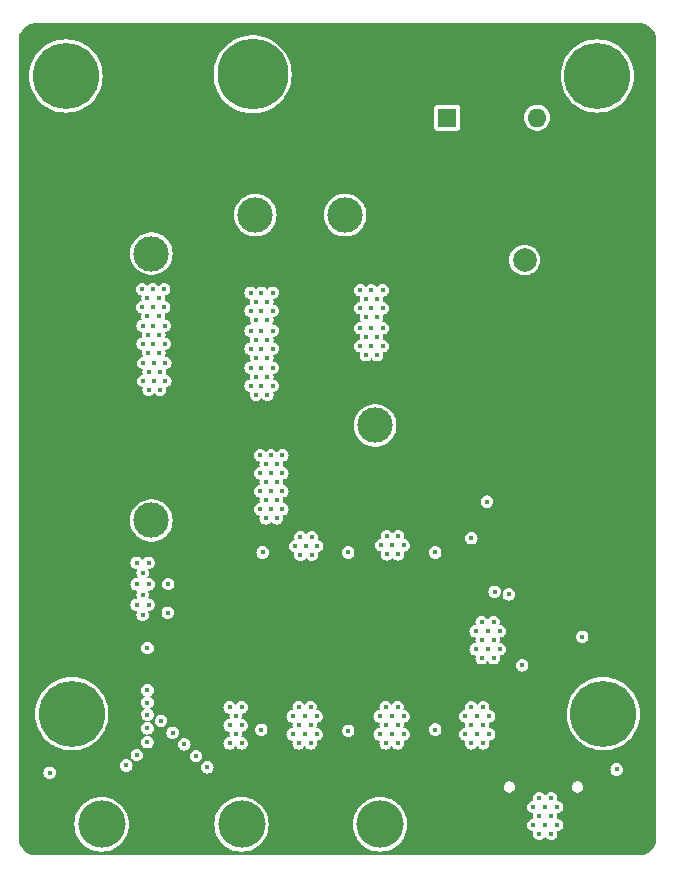
<source format=gbr>
%TF.GenerationSoftware,KiCad,Pcbnew,8.0.5*%
%TF.CreationDate,2024-10-07T09:32:21+08:00*%
%TF.ProjectId,draft-board,64726166-742d-4626-9f61-72642e6b6963,rev?*%
%TF.SameCoordinates,Original*%
%TF.FileFunction,Copper,L3,Inr*%
%TF.FilePolarity,Positive*%
%FSLAX46Y46*%
G04 Gerber Fmt 4.6, Leading zero omitted, Abs format (unit mm)*
G04 Created by KiCad (PCBNEW 8.0.5) date 2024-10-07 09:32:21*
%MOMM*%
%LPD*%
G01*
G04 APERTURE LIST*
G04 Aperture macros list*
%AMRoundRect*
0 Rectangle with rounded corners*
0 $1 Rounding radius*
0 $2 $3 $4 $5 $6 $7 $8 $9 X,Y pos of 4 corners*
0 Add a 4 corners polygon primitive as box body*
4,1,4,$2,$3,$4,$5,$6,$7,$8,$9,$2,$3,0*
0 Add four circle primitives for the rounded corners*
1,1,$1+$1,$2,$3*
1,1,$1+$1,$4,$5*
1,1,$1+$1,$6,$7*
1,1,$1+$1,$8,$9*
0 Add four rect primitives between the rounded corners*
20,1,$1+$1,$2,$3,$4,$5,0*
20,1,$1+$1,$4,$5,$6,$7,0*
20,1,$1+$1,$6,$7,$8,$9,0*
20,1,$1+$1,$8,$9,$2,$3,0*%
G04 Aperture macros list end*
%TA.AperFunction,ComponentPad*%
%ADD10C,5.600000*%
%TD*%
%TA.AperFunction,ComponentPad*%
%ADD11R,3.800000X3.800000*%
%TD*%
%TA.AperFunction,ComponentPad*%
%ADD12C,4.000000*%
%TD*%
%TA.AperFunction,ComponentPad*%
%ADD13C,3.000000*%
%TD*%
%TA.AperFunction,ComponentPad*%
%ADD14O,1.000000X1.800000*%
%TD*%
%TA.AperFunction,ComponentPad*%
%ADD15O,1.000000X2.100000*%
%TD*%
%TA.AperFunction,ComponentPad*%
%ADD16RoundRect,0.500000X-0.500000X-0.500000X0.500000X-0.500000X0.500000X0.500000X-0.500000X0.500000X0*%
%TD*%
%TA.AperFunction,ComponentPad*%
%ADD17C,2.000000*%
%TD*%
%TA.AperFunction,ComponentPad*%
%ADD18RoundRect,1.500000X-1.500000X-1.500000X1.500000X-1.500000X1.500000X1.500000X-1.500000X1.500000X0*%
%TD*%
%TA.AperFunction,ComponentPad*%
%ADD19C,6.000000*%
%TD*%
%TA.AperFunction,ComponentPad*%
%ADD20R,1.600000X1.600000*%
%TD*%
%TA.AperFunction,ComponentPad*%
%ADD21O,1.600000X1.600000*%
%TD*%
%TA.AperFunction,ViaPad*%
%ADD22C,0.450000*%
%TD*%
%TA.AperFunction,ViaPad*%
%ADD23C,0.762000*%
%TD*%
G04 APERTURE END LIST*
D10*
%TO.N,N/C*%
%TO.C,H1*%
X150000000Y-109000000D03*
%TD*%
D11*
%TO.N,GND*%
%TO.C,J2*%
X124369200Y-118364000D03*
D12*
%TO.N,24VOUT*%
X119369200Y-118364000D03*
%TD*%
D13*
%TO.N,24VOUT*%
%TO.C,F1*%
X111734600Y-92633800D03*
%TO.N,+24V*%
X111734600Y-70033800D03*
%TD*%
D10*
%TO.N,N/C*%
%TO.C,H2*%
X149500000Y-55000000D03*
%TD*%
D14*
%TO.N,GND*%
%TO.C,J6*%
X149252400Y-118880200D03*
D15*
X149252400Y-114700200D03*
D14*
X140612400Y-118880200D03*
D15*
X140612400Y-114700200D03*
%TD*%
D13*
%TO.N,+24V*%
%TO.C,K1*%
X130683000Y-84582000D03*
%TO.N,unconnected-(K1-Pad12)*%
X120543000Y-66782000D03*
%TO.N,24VDC*%
X128143000Y-66782000D03*
D16*
%TO.N,GND*%
X143343000Y-80782000D03*
D17*
%TO.N,Net-(SW1-B)*%
X143343000Y-70582000D03*
%TD*%
D10*
%TO.N,N/C*%
%TO.C,H4*%
X104500000Y-55000000D03*
%TD*%
D11*
%TO.N,GND*%
%TO.C,J3*%
X112522000Y-118364000D03*
D12*
%TO.N,24VOUT*%
X107522000Y-118364000D03*
%TD*%
D18*
%TO.N,GND*%
%TO.C,J1*%
X113106200Y-54864000D03*
D19*
%TO.N,24VDC*%
X120306200Y-54864000D03*
%TD*%
D10*
%TO.N,N/C*%
%TO.C,H3*%
X105000000Y-109000000D03*
%TD*%
D11*
%TO.N,GND*%
%TO.C,J5*%
X136104000Y-118364000D03*
D12*
%TO.N,+5V*%
X131104000Y-118364000D03*
%TD*%
D20*
%TO.N,Net-(SW1-A)*%
%TO.C,SW1*%
X136775000Y-58521600D03*
D21*
%TO.N,Net-(SW1-B)*%
X144395000Y-58521600D03*
%TD*%
D22*
%TO.N,+24V*%
X131318000Y-74676000D03*
X111963200Y-80822800D03*
X129895600Y-78638400D03*
X111455200Y-78435200D03*
X121056400Y-78079600D03*
X121564400Y-78841600D03*
X129438400Y-73152000D03*
X120599200Y-81991200D03*
X112420400Y-78435200D03*
X111506000Y-81584800D03*
X112877600Y-76149200D03*
X111861600Y-74574400D03*
X120142000Y-73355200D03*
X121564400Y-77317600D03*
X121564400Y-80467200D03*
X121564400Y-75641200D03*
X125323600Y-94030800D03*
X121056400Y-74879200D03*
X120954800Y-91694000D03*
X121869200Y-91694000D03*
X131673600Y-93980000D03*
X121869200Y-90170000D03*
X131318000Y-76352400D03*
X122834400Y-88646000D03*
X129895600Y-73914000D03*
X110947200Y-73050400D03*
X111963200Y-79298800D03*
X120142000Y-78079600D03*
X120954800Y-88646000D03*
X125780800Y-94792800D03*
X111404400Y-75336400D03*
X128397000Y-95344000D03*
X120142000Y-79705200D03*
X122021600Y-73355200D03*
X110998000Y-76149200D03*
X110998000Y-77673200D03*
X122377200Y-92456000D03*
X135763000Y-95344000D03*
X122834400Y-91694000D03*
X111048800Y-80822800D03*
X120954800Y-90170000D03*
X121056400Y-81229200D03*
X122834400Y-90170000D03*
X124815600Y-94792800D03*
X129438400Y-74676000D03*
X130352800Y-73152000D03*
X130860800Y-75438000D03*
X120599200Y-74117200D03*
X121056400Y-79705200D03*
X122834400Y-87122000D03*
X112369600Y-75336400D03*
X112826800Y-74574400D03*
X129895600Y-77114400D03*
X121412000Y-87884000D03*
X120142000Y-74879200D03*
X124358400Y-95554800D03*
X130860800Y-78638400D03*
X122377200Y-90932000D03*
X129438400Y-76352400D03*
X120954800Y-87122000D03*
X121564400Y-81991200D03*
X131318000Y-73152000D03*
X121869200Y-88646000D03*
X112826800Y-73050400D03*
X110947200Y-74574400D03*
X111455200Y-76911200D03*
X122021600Y-81229200D03*
X130352800Y-77876400D03*
X138836400Y-94131400D03*
X111861600Y-73050400D03*
X122021600Y-74879200D03*
X111048800Y-79298800D03*
X124358400Y-94030800D03*
X111912400Y-77673200D03*
X112928400Y-79298800D03*
X121412000Y-92456000D03*
X125323600Y-95554800D03*
X121412000Y-90932000D03*
X123901200Y-94792800D03*
X131216400Y-94742000D03*
X121564400Y-74117200D03*
X112420400Y-76911200D03*
X120599200Y-78841600D03*
X129895600Y-75438000D03*
X122377200Y-89408000D03*
X133096000Y-94742000D03*
X122021600Y-76555600D03*
X120599200Y-77317600D03*
X121158000Y-95344000D03*
X112928400Y-80822800D03*
X130860800Y-73914000D03*
X112471200Y-81584800D03*
X120599200Y-80467200D03*
X120142000Y-76555600D03*
X121869200Y-87122000D03*
X122021600Y-79705200D03*
X112877600Y-77673200D03*
X130352800Y-76352400D03*
X111912400Y-76149200D03*
X132638800Y-93980000D03*
X131673600Y-95504000D03*
X122021600Y-78079600D03*
X130860800Y-77114400D03*
X112369600Y-73812400D03*
X132638800Y-95504000D03*
X111506000Y-80060800D03*
X132130800Y-94742000D03*
X120599200Y-75641200D03*
X122377200Y-87884000D03*
X121056400Y-76555600D03*
X129438400Y-77876400D03*
X112471200Y-80060800D03*
X131318000Y-77876400D03*
X111404400Y-73812400D03*
X121412000Y-89408000D03*
X120142000Y-81229200D03*
X130352800Y-74676000D03*
X121056400Y-73355200D03*
%TO.N,GND*%
X148742400Y-72948800D03*
X105105200Y-96723200D03*
X145389600Y-109321600D03*
X104241600Y-88798400D03*
X135585200Y-75793600D03*
X139039600Y-65125600D03*
X112166400Y-61468000D03*
X110794800Y-62179200D03*
X125069600Y-101904800D03*
X151130000Y-118389600D03*
X136499600Y-79705200D03*
X146100800Y-111658400D03*
D23*
X142000000Y-116500000D03*
D22*
X116992400Y-87477600D03*
X149707600Y-86106000D03*
X104597200Y-64516000D03*
X104648000Y-81330800D03*
X103733600Y-82753200D03*
X103225600Y-96723200D03*
X151028400Y-80416400D03*
X150571200Y-66954400D03*
X103225600Y-95300800D03*
X133553200Y-89408000D03*
X116636800Y-94894400D03*
X129489200Y-88950800D03*
X137922000Y-75082400D03*
X131978400Y-103987600D03*
X131521200Y-101854000D03*
X131521200Y-103276400D03*
X102819200Y-82753200D03*
X103276400Y-80619600D03*
X125526800Y-101193600D03*
X139039600Y-63703200D03*
X150164800Y-75082400D03*
X133553200Y-53644800D03*
X153263600Y-99415600D03*
X136499600Y-72948800D03*
X149656800Y-81127600D03*
X104089200Y-65227200D03*
X149199600Y-66243200D03*
X148793200Y-87528400D03*
X148793200Y-88950800D03*
X151028400Y-66243200D03*
X137464800Y-82550000D03*
X117144800Y-94183200D03*
X146100800Y-109778800D03*
X149656800Y-75793600D03*
X149656800Y-68376800D03*
X149199600Y-67665600D03*
X137007600Y-81838800D03*
X134010400Y-52933600D03*
X153263600Y-100380800D03*
X123698000Y-101193600D03*
X117602000Y-94894400D03*
X125526800Y-102616000D03*
X126034800Y-103327200D03*
X102819200Y-81330800D03*
X123698000Y-102616000D03*
X104597200Y-96012000D03*
X103733600Y-88087200D03*
X103911400Y-75806000D03*
X134010400Y-88696800D03*
X141211000Y-99618800D03*
X149250400Y-88239600D03*
X139547600Y-65836800D03*
X111252000Y-62890400D03*
X139496800Y-64414400D03*
X134924800Y-52933600D03*
X137464800Y-75793600D03*
X103733600Y-81330800D03*
X103124000Y-118643600D03*
X104648000Y-97434400D03*
X105054400Y-65227200D03*
X133350000Y-101854000D03*
X121818400Y-113995200D03*
X132943600Y-103987600D03*
X105003600Y-62382400D03*
X137414000Y-72948800D03*
X102819200Y-88087200D03*
X136042400Y-81838800D03*
X103276400Y-82042000D03*
X136956800Y-73660000D03*
X102819200Y-79908400D03*
X103174800Y-63804800D03*
X103632000Y-63093600D03*
X105156000Y-82042000D03*
X148793200Y-86106000D03*
X134518400Y-55067200D03*
X116179600Y-94183200D03*
X148742400Y-79705200D03*
X150571200Y-79705200D03*
X148742400Y-68376800D03*
X104140000Y-95300800D03*
X112623600Y-62179200D03*
X104648000Y-88087200D03*
X149656800Y-72948800D03*
X137414000Y-74371200D03*
X102768400Y-94589600D03*
X103174800Y-62382400D03*
X149656800Y-65532000D03*
X104648000Y-79908400D03*
X136499600Y-74371200D03*
X116535200Y-86766400D03*
X103276400Y-88798400D03*
X115112800Y-87477600D03*
X127609600Y-88950800D03*
X104190800Y-96723200D03*
X111709200Y-63601600D03*
X149656800Y-79705200D03*
X137210800Y-65125600D03*
X150164800Y-81838800D03*
X131064000Y-102565200D03*
X137007600Y-75082400D03*
X150215600Y-88239600D03*
X116027200Y-87477600D03*
X132892800Y-102565200D03*
X151079200Y-81838800D03*
X102819200Y-86664800D03*
X133096000Y-54356000D03*
X125984000Y-101904800D03*
X105511600Y-64516000D03*
X104089200Y-62382400D03*
X103682800Y-94589600D03*
X135585200Y-82550000D03*
X123240800Y-114706400D03*
X124612400Y-102616000D03*
X135432800Y-89408000D03*
X150622000Y-82550000D03*
X150622000Y-68376800D03*
X148742400Y-82550000D03*
X103632000Y-64516000D03*
X135585200Y-79705200D03*
X136042400Y-73660000D03*
X132638800Y-55067200D03*
X133553200Y-52222400D03*
X127152400Y-89662000D03*
X148742400Y-75793600D03*
X149250400Y-86817200D03*
X103733600Y-89509600D03*
X115570000Y-86766400D03*
X125577600Y-104038400D03*
X151130000Y-88239600D03*
X151079200Y-67665600D03*
X132638800Y-52222400D03*
X149199600Y-73660000D03*
X150114000Y-66243200D03*
X111252000Y-61468000D03*
X150114000Y-73660000D03*
X128066800Y-89662000D03*
X137414000Y-79705200D03*
X150164800Y-86817200D03*
X111709200Y-60756800D03*
X141915600Y-94037200D03*
X134467600Y-52222400D03*
X103276400Y-87376000D03*
X150571200Y-81127600D03*
X104089200Y-63804800D03*
X149707600Y-87528400D03*
X138633200Y-65836800D03*
X137871200Y-73660000D03*
X136042400Y-75082400D03*
X134975600Y-88696800D03*
X131978400Y-101142800D03*
X129032000Y-89662000D03*
X103733600Y-79908400D03*
X104698800Y-89509600D03*
X102768400Y-97434400D03*
X136499600Y-82550000D03*
X136499600Y-75793600D03*
X135585200Y-81127600D03*
X131978400Y-102565200D03*
X102819200Y-89509600D03*
X143129000Y-110302000D03*
X115722400Y-94894400D03*
X111709200Y-62179200D03*
X151079200Y-75082400D03*
X104190800Y-80619600D03*
X149656800Y-66954400D03*
X151028400Y-73660000D03*
X135890000Y-88696800D03*
X137871200Y-80416400D03*
X121361200Y-114706400D03*
D23*
X148000000Y-116500000D03*
D22*
X149199600Y-80416400D03*
X133553200Y-55067200D03*
X137210800Y-66548000D03*
X134467600Y-53644800D03*
X105156000Y-88798400D03*
X133096000Y-52933600D03*
X150672800Y-88950800D03*
X123698000Y-104038400D03*
X112623600Y-60756800D03*
X150622000Y-86106000D03*
X131064000Y-103987600D03*
X151079200Y-86817200D03*
X124612400Y-101193600D03*
X148742400Y-65532000D03*
X149707600Y-88950800D03*
X149199600Y-81838800D03*
X125120400Y-103327200D03*
X139090400Y-66548000D03*
X128930400Y-56870600D03*
X110794800Y-63601600D03*
X104190800Y-87376000D03*
X122275600Y-114706400D03*
X103174800Y-65227200D03*
X124612400Y-104038400D03*
X104698800Y-82753200D03*
X137210800Y-63703200D03*
X136042400Y-80416400D03*
X105460800Y-63093600D03*
X102768400Y-96012000D03*
X104241600Y-82042000D03*
X150114000Y-80416400D03*
X148742400Y-74371200D03*
X132892800Y-101142800D03*
X149656800Y-74371200D03*
X105105200Y-80619600D03*
X103682800Y-97434400D03*
X134467600Y-89408000D03*
X149199600Y-75082400D03*
X138125200Y-66548000D03*
X132486400Y-103276400D03*
X135585200Y-74371200D03*
X103733600Y-86664800D03*
X134975600Y-54356000D03*
X124155200Y-103327200D03*
X148742400Y-66954400D03*
X134061200Y-54356000D03*
X140411200Y-92481400D03*
X123698000Y-113995200D03*
X138125200Y-65125600D03*
X105003600Y-63804800D03*
X149656800Y-82550000D03*
X150164800Y-67665600D03*
X112674400Y-63601600D03*
X137668000Y-65836800D03*
X104546400Y-63093600D03*
X137414000Y-81127600D03*
X132638800Y-53644800D03*
X137922000Y-81838800D03*
X122783600Y-113995200D03*
X133400800Y-103276400D03*
X138125200Y-63703200D03*
X110794800Y-60756800D03*
X118059200Y-94183200D03*
X138582400Y-64414400D03*
X152552400Y-100838000D03*
X128574800Y-88950800D03*
X104597200Y-94589600D03*
X103682800Y-96012000D03*
X136956800Y-80416400D03*
X153263600Y-101295200D03*
X124155200Y-101904800D03*
X150571200Y-65532000D03*
X136499600Y-81127600D03*
X135585200Y-72948800D03*
X113080800Y-61468000D03*
X131064000Y-101142800D03*
X150622000Y-87528400D03*
X145389600Y-110236000D03*
X146100800Y-110744000D03*
X137668000Y-64414400D03*
X132435600Y-101854000D03*
X150622000Y-75793600D03*
X150571200Y-74371200D03*
X152552400Y-98958400D03*
X113131600Y-62890400D03*
X105105200Y-87376000D03*
X150571200Y-72948800D03*
X148742400Y-81127600D03*
X145389600Y-111201200D03*
X117449600Y-86766400D03*
X105054400Y-95300800D03*
X112217200Y-62890400D03*
X104648000Y-86664800D03*
X152552400Y-99872800D03*
%TO.N,+5V*%
X123698000Y-109220000D03*
X140208000Y-102006400D03*
X119380000Y-111506000D03*
X144576800Y-116128800D03*
X119380000Y-108458000D03*
X139319000Y-110744000D03*
X139827000Y-109982000D03*
X118364000Y-109982000D03*
X140716000Y-102768400D03*
X140716000Y-104292400D03*
X141224000Y-102006400D03*
X145592800Y-119176800D03*
X131064000Y-109220000D03*
X140335000Y-109220000D03*
X118364000Y-111506000D03*
X140208000Y-103530400D03*
X138811000Y-108458000D03*
X132588000Y-108458000D03*
X144068800Y-118414800D03*
X118364000Y-108458000D03*
X145084800Y-118414800D03*
X125222000Y-111506000D03*
X140335000Y-110744000D03*
X131572000Y-109982000D03*
X143129000Y-104902000D03*
X125222000Y-109982000D03*
X124206000Y-109982000D03*
X144576800Y-117652800D03*
X131572000Y-111506000D03*
X144068800Y-116890800D03*
X151130000Y-113716800D03*
X124206000Y-111506000D03*
X131572000Y-108458000D03*
X118872000Y-109220000D03*
X144576800Y-119176800D03*
X139192000Y-103530400D03*
X138303000Y-109220000D03*
X146100800Y-118414800D03*
X139700000Y-102768400D03*
X132080000Y-109220000D03*
X133096000Y-110744000D03*
X138811000Y-111506000D03*
X139827000Y-111506000D03*
X138303000Y-110744000D03*
X125222000Y-108458000D03*
X145592800Y-117652800D03*
X123698000Y-110744000D03*
X142007233Y-98894173D03*
X132588000Y-111506000D03*
X139700000Y-101244400D03*
X131064000Y-110744000D03*
X141224000Y-103530400D03*
X118872000Y-110744000D03*
X125730000Y-110744000D03*
X140716000Y-101244400D03*
X133096000Y-109220000D03*
X124206000Y-108458000D03*
X135763000Y-110335000D03*
X139700000Y-104292400D03*
X139192000Y-102006400D03*
X128397000Y-110429000D03*
X139319000Y-109220000D03*
X132080000Y-110744000D03*
X125730000Y-109220000D03*
X139827000Y-108458000D03*
X138811000Y-109982000D03*
X124714000Y-109220000D03*
X132588000Y-109982000D03*
X145592800Y-116128800D03*
X145084800Y-116890800D03*
X148209000Y-102489000D03*
X124714000Y-110744000D03*
X146100800Y-116890800D03*
X119380000Y-109982000D03*
X121031000Y-110363000D03*
%TO.N,24VOUT*%
X113157000Y-98018600D03*
X111408000Y-103428800D03*
X112547400Y-109601000D03*
X110490000Y-99771200D03*
X110998000Y-100634800D03*
X113538000Y-110591600D03*
X111408000Y-107010200D03*
X111408000Y-108051600D03*
X111408000Y-111404400D03*
X111408000Y-110236000D03*
X110998000Y-97078800D03*
X114528600Y-111582200D03*
X110998000Y-98907600D03*
X109620400Y-113379600D03*
X115519200Y-112572800D03*
X110509400Y-112490600D03*
X103124600Y-113980000D03*
X111506000Y-96215200D03*
X110490000Y-96215200D03*
X116484400Y-113538000D03*
X111506000Y-99771200D03*
X111408000Y-109067600D03*
X110490000Y-98044000D03*
X113131600Y-100431600D03*
X111506000Y-98044000D03*
%TO.N,Net-(U1-PG)*%
X140797400Y-98653600D03*
X140157200Y-91033600D03*
%TD*%
%TA.AperFunction,Conductor*%
%TO.N,GND*%
G36*
X153001748Y-50508625D02*
G01*
X153208767Y-50523431D01*
X153215687Y-50524426D01*
X153274138Y-50537141D01*
X153416785Y-50568172D01*
X153423485Y-50570140D01*
X153616307Y-50642059D01*
X153622665Y-50644962D01*
X153803297Y-50743594D01*
X153809163Y-50747364D01*
X153973920Y-50870700D01*
X153979203Y-50875278D01*
X154124721Y-51020796D01*
X154129299Y-51026079D01*
X154252633Y-51190833D01*
X154256410Y-51196710D01*
X154355036Y-51377333D01*
X154357940Y-51383692D01*
X154429858Y-51576510D01*
X154431828Y-51583218D01*
X154475573Y-51784312D01*
X154476568Y-51791232D01*
X154491375Y-51998252D01*
X154491500Y-52001748D01*
X154491500Y-119498251D01*
X154491375Y-119501747D01*
X154476568Y-119708767D01*
X154475573Y-119715687D01*
X154431828Y-119916781D01*
X154429858Y-119923489D01*
X154357940Y-120116307D01*
X154355036Y-120122666D01*
X154256410Y-120303289D01*
X154252630Y-120309171D01*
X154129299Y-120473920D01*
X154124721Y-120479203D01*
X153979203Y-120624721D01*
X153973920Y-120629299D01*
X153809171Y-120752630D01*
X153803289Y-120756410D01*
X153622666Y-120855036D01*
X153616307Y-120857940D01*
X153423489Y-120929858D01*
X153416781Y-120931828D01*
X153215687Y-120975573D01*
X153208767Y-120976568D01*
X153001748Y-120991375D01*
X152998252Y-120991500D01*
X102001748Y-120991500D01*
X101998252Y-120991375D01*
X101791232Y-120976568D01*
X101784312Y-120975573D01*
X101583218Y-120931828D01*
X101576510Y-120929858D01*
X101383692Y-120857940D01*
X101377333Y-120855036D01*
X101276749Y-120800114D01*
X101196705Y-120756407D01*
X101190833Y-120752633D01*
X101026079Y-120629299D01*
X101020796Y-120624721D01*
X100875278Y-120479203D01*
X100870700Y-120473920D01*
X100747364Y-120309163D01*
X100743594Y-120303297D01*
X100644962Y-120122665D01*
X100642059Y-120116307D01*
X100570141Y-119923489D01*
X100568171Y-119916781D01*
X100524426Y-119715687D01*
X100523431Y-119708767D01*
X100508625Y-119501747D01*
X100508500Y-119498251D01*
X100508500Y-118363998D01*
X105216564Y-118363998D01*
X105216564Y-118364001D01*
X105236287Y-118664921D01*
X105295116Y-118960678D01*
X105295116Y-118960679D01*
X105392054Y-119246250D01*
X105525434Y-119516718D01*
X105692974Y-119767461D01*
X105798908Y-119888254D01*
X105891811Y-119994189D01*
X106012604Y-120100122D01*
X106118538Y-120193025D01*
X106200291Y-120247650D01*
X106369282Y-120360566D01*
X106639748Y-120493945D01*
X106925309Y-120590880D01*
X106925316Y-120590881D01*
X106925321Y-120590883D01*
X107074521Y-120620560D01*
X107221080Y-120649713D01*
X107499300Y-120667948D01*
X107521999Y-120669436D01*
X107522000Y-120669436D01*
X107522001Y-120669436D01*
X107541724Y-120668143D01*
X107822920Y-120649713D01*
X108017889Y-120610930D01*
X108118678Y-120590883D01*
X108118679Y-120590883D01*
X108118683Y-120590881D01*
X108118691Y-120590880D01*
X108404252Y-120493945D01*
X108674718Y-120360566D01*
X108925461Y-120193025D01*
X109152189Y-119994189D01*
X109351025Y-119767461D01*
X109518566Y-119516718D01*
X109651945Y-119246252D01*
X109748880Y-118960691D01*
X109748881Y-118960683D01*
X109748883Y-118960679D01*
X109748883Y-118960678D01*
X109782914Y-118789590D01*
X109807713Y-118664920D01*
X109827436Y-118364000D01*
X109827436Y-118363998D01*
X117063764Y-118363998D01*
X117063764Y-118364001D01*
X117083487Y-118664921D01*
X117142316Y-118960678D01*
X117142316Y-118960679D01*
X117239254Y-119246250D01*
X117372634Y-119516718D01*
X117540174Y-119767461D01*
X117646108Y-119888254D01*
X117739011Y-119994189D01*
X117859804Y-120100122D01*
X117965738Y-120193025D01*
X118047491Y-120247650D01*
X118216482Y-120360566D01*
X118486948Y-120493945D01*
X118772509Y-120590880D01*
X118772516Y-120590881D01*
X118772521Y-120590883D01*
X118921721Y-120620560D01*
X119068280Y-120649713D01*
X119346500Y-120667948D01*
X119369199Y-120669436D01*
X119369200Y-120669436D01*
X119369201Y-120669436D01*
X119388924Y-120668143D01*
X119670120Y-120649713D01*
X119865089Y-120610930D01*
X119965878Y-120590883D01*
X119965879Y-120590883D01*
X119965883Y-120590881D01*
X119965891Y-120590880D01*
X120251452Y-120493945D01*
X120521918Y-120360566D01*
X120772661Y-120193025D01*
X120999389Y-119994189D01*
X121198225Y-119767461D01*
X121365766Y-119516718D01*
X121499145Y-119246252D01*
X121596080Y-118960691D01*
X121596081Y-118960683D01*
X121596083Y-118960679D01*
X121596083Y-118960678D01*
X121630114Y-118789590D01*
X121654913Y-118664920D01*
X121674636Y-118364000D01*
X121674636Y-118363998D01*
X128798564Y-118363998D01*
X128798564Y-118364001D01*
X128818287Y-118664921D01*
X128877116Y-118960678D01*
X128877116Y-118960679D01*
X128974054Y-119246250D01*
X129107434Y-119516718D01*
X129274974Y-119767461D01*
X129380908Y-119888254D01*
X129473811Y-119994189D01*
X129594604Y-120100122D01*
X129700538Y-120193025D01*
X129782291Y-120247650D01*
X129951282Y-120360566D01*
X130221748Y-120493945D01*
X130507309Y-120590880D01*
X130507316Y-120590881D01*
X130507321Y-120590883D01*
X130656521Y-120620560D01*
X130803080Y-120649713D01*
X131081300Y-120667948D01*
X131103999Y-120669436D01*
X131104000Y-120669436D01*
X131104001Y-120669436D01*
X131123724Y-120668143D01*
X131404920Y-120649713D01*
X131599889Y-120610930D01*
X131700678Y-120590883D01*
X131700679Y-120590883D01*
X131700683Y-120590881D01*
X131700691Y-120590880D01*
X131986252Y-120493945D01*
X132256718Y-120360566D01*
X132507461Y-120193025D01*
X132734189Y-119994189D01*
X132933025Y-119767461D01*
X133100566Y-119516718D01*
X133233945Y-119246252D01*
X133330880Y-118960691D01*
X133330881Y-118960683D01*
X133330883Y-118960679D01*
X133330883Y-118960678D01*
X133364914Y-118789590D01*
X133389713Y-118664920D01*
X133409436Y-118364000D01*
X133389713Y-118063080D01*
X133354244Y-117884765D01*
X133330883Y-117767321D01*
X133330883Y-117767320D01*
X133330881Y-117767314D01*
X133330880Y-117767309D01*
X133233945Y-117481748D01*
X133100566Y-117211282D01*
X132978089Y-117027982D01*
X132933025Y-116960538D01*
X132871866Y-116890800D01*
X143538765Y-116890800D01*
X143556825Y-117027982D01*
X143596085Y-117122765D01*
X143609776Y-117155818D01*
X143694009Y-117265591D01*
X143803782Y-117349824D01*
X143931617Y-117402774D01*
X144038949Y-117416905D01*
X144071427Y-117435655D01*
X144081134Y-117471880D01*
X144077824Y-117484235D01*
X144064825Y-117515619D01*
X144046765Y-117652800D01*
X144064825Y-117789980D01*
X144077824Y-117821364D01*
X144077823Y-117858867D01*
X144051303Y-117885385D01*
X144038949Y-117888695D01*
X143931617Y-117902825D01*
X143803787Y-117955773D01*
X143803782Y-117955776D01*
X143694009Y-118040008D01*
X143694008Y-118040009D01*
X143609776Y-118149782D01*
X143609773Y-118149787D01*
X143556825Y-118277617D01*
X143538765Y-118414800D01*
X143556825Y-118551982D01*
X143609774Y-118679814D01*
X143609776Y-118679818D01*
X143694009Y-118789591D01*
X143803782Y-118873824D01*
X143931617Y-118926774D01*
X144038949Y-118940905D01*
X144071427Y-118959655D01*
X144081134Y-118995880D01*
X144077824Y-119008235D01*
X144064825Y-119039619D01*
X144046765Y-119176800D01*
X144064825Y-119313982D01*
X144114070Y-119432871D01*
X144117776Y-119441818D01*
X144202009Y-119551591D01*
X144311782Y-119635824D01*
X144439617Y-119688774D01*
X144576800Y-119706835D01*
X144713983Y-119688774D01*
X144841818Y-119635824D01*
X144951591Y-119551591D01*
X145035824Y-119441818D01*
X145039530Y-119432869D01*
X145066047Y-119406351D01*
X145103550Y-119406350D01*
X145130068Y-119432866D01*
X145133776Y-119441818D01*
X145218009Y-119551591D01*
X145327782Y-119635824D01*
X145455617Y-119688774D01*
X145592800Y-119706835D01*
X145729983Y-119688774D01*
X145857818Y-119635824D01*
X145967591Y-119551591D01*
X146051824Y-119441818D01*
X146104774Y-119313983D01*
X146122835Y-119176800D01*
X146104774Y-119039617D01*
X146091776Y-119008236D01*
X146091776Y-118970733D01*
X146118295Y-118944215D01*
X146130644Y-118940905D01*
X146237983Y-118926774D01*
X146365818Y-118873824D01*
X146475591Y-118789591D01*
X146559824Y-118679818D01*
X146612774Y-118551983D01*
X146630835Y-118414800D01*
X146612774Y-118277617D01*
X146608800Y-118268022D01*
X146559826Y-118149787D01*
X146559823Y-118149782D01*
X146475592Y-118040010D01*
X146475589Y-118040008D01*
X146365818Y-117955776D01*
X146365814Y-117955774D01*
X146237982Y-117902825D01*
X146150121Y-117891258D01*
X146130648Y-117888694D01*
X146098171Y-117869943D01*
X146088464Y-117833718D01*
X146091771Y-117821373D01*
X146104774Y-117789983D01*
X146122835Y-117652800D01*
X146104774Y-117515617D01*
X146091776Y-117484236D01*
X146091776Y-117446733D01*
X146118295Y-117420215D01*
X146130644Y-117416905D01*
X146237983Y-117402774D01*
X146365818Y-117349824D01*
X146475591Y-117265591D01*
X146559824Y-117155818D01*
X146612774Y-117027983D01*
X146630835Y-116890800D01*
X146612774Y-116753617D01*
X146604570Y-116733811D01*
X146559826Y-116625787D01*
X146559823Y-116625782D01*
X146475592Y-116516010D01*
X146475589Y-116516008D01*
X146365818Y-116431776D01*
X146365814Y-116431774D01*
X146237982Y-116378825D01*
X146150121Y-116367258D01*
X146130648Y-116364694D01*
X146098171Y-116345943D01*
X146088464Y-116309718D01*
X146091771Y-116297373D01*
X146104774Y-116265983D01*
X146122835Y-116128800D01*
X146104774Y-115991617D01*
X146051824Y-115863783D01*
X145967591Y-115754009D01*
X145857818Y-115669776D01*
X145857814Y-115669774D01*
X145729982Y-115616825D01*
X145592800Y-115598765D01*
X145455617Y-115616825D01*
X145327787Y-115669773D01*
X145327782Y-115669776D01*
X145218009Y-115754008D01*
X145218008Y-115754009D01*
X145133776Y-115863782D01*
X145133775Y-115863784D01*
X145130070Y-115872730D01*
X145103551Y-115899248D01*
X145066048Y-115899248D01*
X145039530Y-115872730D01*
X145039158Y-115871832D01*
X145035824Y-115863783D01*
X144951591Y-115754009D01*
X144841818Y-115669776D01*
X144841814Y-115669774D01*
X144713982Y-115616825D01*
X144576800Y-115598765D01*
X144439617Y-115616825D01*
X144311787Y-115669773D01*
X144311782Y-115669776D01*
X144202009Y-115754008D01*
X144202008Y-115754009D01*
X144117776Y-115863782D01*
X144117773Y-115863787D01*
X144064825Y-115991617D01*
X144046765Y-116128800D01*
X144064825Y-116265980D01*
X144077824Y-116297364D01*
X144077823Y-116334867D01*
X144051303Y-116361385D01*
X144038949Y-116364695D01*
X143931617Y-116378825D01*
X143803787Y-116431773D01*
X143803782Y-116431776D01*
X143694009Y-116516008D01*
X143694008Y-116516009D01*
X143609776Y-116625782D01*
X143609773Y-116625787D01*
X143556825Y-116753617D01*
X143538765Y-116890800D01*
X132871866Y-116890800D01*
X132751558Y-116753617D01*
X132734189Y-116733811D01*
X132611006Y-116625782D01*
X132507461Y-116534974D01*
X132256718Y-116367434D01*
X131986250Y-116234054D01*
X131861325Y-116191648D01*
X131700691Y-116137120D01*
X131700688Y-116137119D01*
X131700678Y-116137116D01*
X131404921Y-116078287D01*
X131404922Y-116078287D01*
X131104001Y-116058564D01*
X131103999Y-116058564D01*
X130803078Y-116078287D01*
X130507321Y-116137116D01*
X130507320Y-116137116D01*
X130221749Y-116234054D01*
X129951281Y-116367434D01*
X129700538Y-116534974D01*
X129473811Y-116733811D01*
X129274974Y-116960538D01*
X129107434Y-117211281D01*
X128974054Y-117481749D01*
X128877116Y-117767320D01*
X128877116Y-117767321D01*
X128818287Y-118063078D01*
X128798564Y-118363998D01*
X121674636Y-118363998D01*
X121654913Y-118063080D01*
X121619444Y-117884765D01*
X121596083Y-117767321D01*
X121596083Y-117767320D01*
X121596081Y-117767314D01*
X121596080Y-117767309D01*
X121499145Y-117481748D01*
X121365766Y-117211282D01*
X121243289Y-117027982D01*
X121198225Y-116960538D01*
X121016758Y-116753617D01*
X120999389Y-116733811D01*
X120876206Y-116625782D01*
X120772661Y-116534974D01*
X120521918Y-116367434D01*
X120251450Y-116234054D01*
X120126525Y-116191648D01*
X119965891Y-116137120D01*
X119965888Y-116137119D01*
X119965878Y-116137116D01*
X119670121Y-116078287D01*
X119670122Y-116078287D01*
X119369201Y-116058564D01*
X119369199Y-116058564D01*
X119068278Y-116078287D01*
X118772521Y-116137116D01*
X118772520Y-116137116D01*
X118486949Y-116234054D01*
X118216481Y-116367434D01*
X117965738Y-116534974D01*
X117739011Y-116733811D01*
X117540174Y-116960538D01*
X117372634Y-117211281D01*
X117239254Y-117481749D01*
X117142316Y-117767320D01*
X117142316Y-117767321D01*
X117083487Y-118063078D01*
X117063764Y-118363998D01*
X109827436Y-118363998D01*
X109807713Y-118063080D01*
X109772244Y-117884765D01*
X109748883Y-117767321D01*
X109748883Y-117767320D01*
X109748881Y-117767314D01*
X109748880Y-117767309D01*
X109651945Y-117481748D01*
X109518566Y-117211282D01*
X109396089Y-117027982D01*
X109351025Y-116960538D01*
X109169558Y-116753617D01*
X109152189Y-116733811D01*
X109029006Y-116625782D01*
X108925461Y-116534974D01*
X108674718Y-116367434D01*
X108404250Y-116234054D01*
X108279325Y-116191648D01*
X108118691Y-116137120D01*
X108118688Y-116137119D01*
X108118678Y-116137116D01*
X107822921Y-116078287D01*
X107822922Y-116078287D01*
X107522001Y-116058564D01*
X107521999Y-116058564D01*
X107221078Y-116078287D01*
X106925321Y-116137116D01*
X106925320Y-116137116D01*
X106639749Y-116234054D01*
X106369281Y-116367434D01*
X106118538Y-116534974D01*
X105891811Y-116733811D01*
X105692974Y-116960538D01*
X105525434Y-117211281D01*
X105392054Y-117481749D01*
X105295116Y-117767320D01*
X105295116Y-117767321D01*
X105236287Y-118063078D01*
X105216564Y-118363998D01*
X100508500Y-118363998D01*
X100508500Y-115137597D01*
X141566900Y-115137597D01*
X141566900Y-115137599D01*
X141566900Y-115262801D01*
X141599305Y-115383736D01*
X141661905Y-115492164D01*
X141750436Y-115580695D01*
X141858864Y-115643295D01*
X141931425Y-115662738D01*
X141979797Y-115675700D01*
X141979799Y-115675700D01*
X142105003Y-115675700D01*
X142145312Y-115664898D01*
X142225936Y-115643295D01*
X142334364Y-115580695D01*
X142422895Y-115492164D01*
X142485495Y-115383736D01*
X142517900Y-115262801D01*
X142517900Y-115137599D01*
X142517900Y-115137597D01*
X147346900Y-115137597D01*
X147346900Y-115137599D01*
X147346900Y-115262801D01*
X147379305Y-115383736D01*
X147441905Y-115492164D01*
X147530436Y-115580695D01*
X147638864Y-115643295D01*
X147711425Y-115662738D01*
X147759797Y-115675700D01*
X147759799Y-115675700D01*
X147885003Y-115675700D01*
X147925312Y-115664898D01*
X148005936Y-115643295D01*
X148114364Y-115580695D01*
X148202895Y-115492164D01*
X148265495Y-115383736D01*
X148297900Y-115262801D01*
X148297900Y-115137599D01*
X148297900Y-115137597D01*
X148284938Y-115089225D01*
X148265495Y-115016664D01*
X148202895Y-114908236D01*
X148114364Y-114819705D01*
X148005936Y-114757105D01*
X147991641Y-114753274D01*
X147885003Y-114724700D01*
X147885001Y-114724700D01*
X147759799Y-114724700D01*
X147759797Y-114724700D01*
X147638867Y-114757104D01*
X147638866Y-114757104D01*
X147638864Y-114757105D01*
X147530436Y-114819705D01*
X147530433Y-114819707D01*
X147441907Y-114908233D01*
X147441905Y-114908236D01*
X147379305Y-115016664D01*
X147379304Y-115016666D01*
X147379304Y-115016667D01*
X147346900Y-115137597D01*
X142517900Y-115137597D01*
X142504938Y-115089225D01*
X142485495Y-115016664D01*
X142422895Y-114908236D01*
X142334364Y-114819705D01*
X142225936Y-114757105D01*
X142211641Y-114753274D01*
X142105003Y-114724700D01*
X142105001Y-114724700D01*
X141979799Y-114724700D01*
X141979797Y-114724700D01*
X141858867Y-114757104D01*
X141858866Y-114757104D01*
X141858864Y-114757105D01*
X141750436Y-114819705D01*
X141750433Y-114819707D01*
X141661907Y-114908233D01*
X141661905Y-114908236D01*
X141599305Y-115016664D01*
X141599304Y-115016666D01*
X141599304Y-115016667D01*
X141566900Y-115137597D01*
X100508500Y-115137597D01*
X100508500Y-113980000D01*
X102594565Y-113980000D01*
X102612625Y-114117182D01*
X102665574Y-114245014D01*
X102665576Y-114245018D01*
X102749809Y-114354791D01*
X102859582Y-114439024D01*
X102987417Y-114491974D01*
X103124600Y-114510035D01*
X103261783Y-114491974D01*
X103389618Y-114439024D01*
X103499391Y-114354791D01*
X103583624Y-114245018D01*
X103636574Y-114117183D01*
X103654635Y-113980000D01*
X103636574Y-113842817D01*
X103583624Y-113714983D01*
X103499391Y-113605209D01*
X103389618Y-113520976D01*
X103389614Y-113520974D01*
X103261782Y-113468025D01*
X103124600Y-113449965D01*
X102987417Y-113468025D01*
X102859587Y-113520973D01*
X102859582Y-113520976D01*
X102749809Y-113605208D01*
X102749808Y-113605209D01*
X102665576Y-113714982D01*
X102665573Y-113714987D01*
X102612625Y-113842817D01*
X102594565Y-113980000D01*
X100508500Y-113980000D01*
X100508500Y-113379600D01*
X109090365Y-113379600D01*
X109108425Y-113516782D01*
X109145053Y-113605210D01*
X109161376Y-113644618D01*
X109245609Y-113754391D01*
X109355382Y-113838624D01*
X109483217Y-113891574D01*
X109620400Y-113909635D01*
X109757583Y-113891574D01*
X109885418Y-113838624D01*
X109995191Y-113754391D01*
X110079424Y-113644618D01*
X110123586Y-113538000D01*
X115954365Y-113538000D01*
X115972425Y-113675182D01*
X116005234Y-113754390D01*
X116025376Y-113803018D01*
X116109609Y-113912791D01*
X116219382Y-113997024D01*
X116347217Y-114049974D01*
X116484400Y-114068035D01*
X116621583Y-114049974D01*
X116749418Y-113997024D01*
X116859191Y-113912791D01*
X116943424Y-113803018D01*
X116979136Y-113716800D01*
X150599965Y-113716800D01*
X150618025Y-113853982D01*
X150670223Y-113980000D01*
X150670976Y-113981818D01*
X150755209Y-114091591D01*
X150864982Y-114175824D01*
X150992817Y-114228774D01*
X151130000Y-114246835D01*
X151267183Y-114228774D01*
X151395018Y-114175824D01*
X151504791Y-114091591D01*
X151589024Y-113981818D01*
X151641974Y-113853983D01*
X151660035Y-113716800D01*
X151641974Y-113579617D01*
X151624736Y-113538000D01*
X151589026Y-113451787D01*
X151589023Y-113451782D01*
X151504792Y-113342010D01*
X151504789Y-113342008D01*
X151395018Y-113257776D01*
X151395014Y-113257774D01*
X151267182Y-113204825D01*
X151130000Y-113186765D01*
X150992817Y-113204825D01*
X150864987Y-113257773D01*
X150864982Y-113257776D01*
X150755209Y-113342008D01*
X150755208Y-113342009D01*
X150670976Y-113451782D01*
X150670973Y-113451787D01*
X150618025Y-113579617D01*
X150599965Y-113716800D01*
X116979136Y-113716800D01*
X116996374Y-113675183D01*
X117014435Y-113538000D01*
X116996374Y-113400817D01*
X116943424Y-113272983D01*
X116859191Y-113163209D01*
X116749418Y-113078976D01*
X116749414Y-113078974D01*
X116621582Y-113026025D01*
X116484400Y-113007965D01*
X116347217Y-113026025D01*
X116219387Y-113078973D01*
X116219382Y-113078976D01*
X116109609Y-113163208D01*
X116109608Y-113163209D01*
X116025376Y-113272982D01*
X116025373Y-113272987D01*
X115972425Y-113400817D01*
X115954365Y-113538000D01*
X110123586Y-113538000D01*
X110132374Y-113516783D01*
X110150435Y-113379600D01*
X110132374Y-113242417D01*
X110079426Y-113114587D01*
X110079423Y-113114582D01*
X110070408Y-113102834D01*
X110015921Y-113031825D01*
X109995192Y-113004810D01*
X109995189Y-113004808D01*
X109885418Y-112920576D01*
X109885414Y-112920574D01*
X109757582Y-112867625D01*
X109620400Y-112849565D01*
X109483217Y-112867625D01*
X109355387Y-112920573D01*
X109355382Y-112920576D01*
X109245609Y-113004808D01*
X109245608Y-113004809D01*
X109161376Y-113114582D01*
X109161373Y-113114587D01*
X109108425Y-113242417D01*
X109090365Y-113379600D01*
X100508500Y-113379600D01*
X100508500Y-112490600D01*
X109979365Y-112490600D01*
X109997425Y-112627782D01*
X110050374Y-112755614D01*
X110050376Y-112755618D01*
X110134609Y-112865391D01*
X110244382Y-112949624D01*
X110372217Y-113002574D01*
X110509400Y-113020635D01*
X110646583Y-113002574D01*
X110774418Y-112949624D01*
X110884191Y-112865391D01*
X110968424Y-112755618D01*
X111021374Y-112627783D01*
X111028613Y-112572800D01*
X114989165Y-112572800D01*
X115007225Y-112709982D01*
X115026128Y-112755618D01*
X115060176Y-112837818D01*
X115144409Y-112947591D01*
X115254182Y-113031824D01*
X115382017Y-113084774D01*
X115519200Y-113102835D01*
X115656383Y-113084774D01*
X115784218Y-113031824D01*
X115893991Y-112947591D01*
X115978224Y-112837818D01*
X116031174Y-112709983D01*
X116049235Y-112572800D01*
X116031174Y-112435617D01*
X115978224Y-112307783D01*
X115936107Y-112252896D01*
X115893992Y-112198010D01*
X115893989Y-112198008D01*
X115784218Y-112113776D01*
X115784214Y-112113774D01*
X115656382Y-112060825D01*
X115519200Y-112042765D01*
X115382017Y-112060825D01*
X115254187Y-112113773D01*
X115254182Y-112113776D01*
X115144409Y-112198008D01*
X115144408Y-112198009D01*
X115060176Y-112307782D01*
X115060173Y-112307787D01*
X115007225Y-112435617D01*
X114989165Y-112572800D01*
X111028613Y-112572800D01*
X111039435Y-112490600D01*
X111021374Y-112353417D01*
X110968424Y-112225583D01*
X110884191Y-112115809D01*
X110774418Y-112031576D01*
X110774414Y-112031574D01*
X110646582Y-111978625D01*
X110509400Y-111960565D01*
X110372217Y-111978625D01*
X110244387Y-112031573D01*
X110244382Y-112031576D01*
X110134609Y-112115808D01*
X110134608Y-112115809D01*
X110050376Y-112225582D01*
X110050373Y-112225587D01*
X109997425Y-112353417D01*
X109979365Y-112490600D01*
X100508500Y-112490600D01*
X100508500Y-109000000D01*
X101894615Y-109000000D01*
X101914140Y-109347685D01*
X101914140Y-109347691D01*
X101914141Y-109347693D01*
X101958234Y-109607210D01*
X101972475Y-109691023D01*
X102025760Y-109875976D01*
X102068879Y-110025644D01*
X102087245Y-110069983D01*
X102202140Y-110347365D01*
X102202147Y-110347380D01*
X102370595Y-110652165D01*
X102370600Y-110652172D01*
X102572106Y-110936169D01*
X102572122Y-110936188D01*
X102655608Y-111029608D01*
X102804161Y-111195839D01*
X102939944Y-111317182D01*
X103063811Y-111427877D01*
X103063830Y-111427893D01*
X103347827Y-111629399D01*
X103347834Y-111629404D01*
X103420227Y-111669414D01*
X103652624Y-111797855D01*
X103974356Y-111931121D01*
X104265618Y-112015032D01*
X104308976Y-112027524D01*
X104308977Y-112027524D01*
X104308987Y-112027527D01*
X104652307Y-112085859D01*
X105000000Y-112105385D01*
X105347693Y-112085859D01*
X105691013Y-112027527D01*
X106025644Y-111931121D01*
X106347376Y-111797855D01*
X106652164Y-111629405D01*
X106936176Y-111427888D01*
X106962459Y-111404400D01*
X110877965Y-111404400D01*
X110896025Y-111541582D01*
X110932402Y-111629404D01*
X110948976Y-111669418D01*
X111033209Y-111779191D01*
X111142982Y-111863424D01*
X111270817Y-111916374D01*
X111408000Y-111934435D01*
X111545183Y-111916374D01*
X111673018Y-111863424D01*
X111782791Y-111779191D01*
X111867024Y-111669418D01*
X111903150Y-111582200D01*
X113998565Y-111582200D01*
X114016625Y-111719382D01*
X114049131Y-111797859D01*
X114069576Y-111847218D01*
X114153809Y-111956991D01*
X114263582Y-112041224D01*
X114391417Y-112094174D01*
X114528600Y-112112235D01*
X114665783Y-112094174D01*
X114793618Y-112041224D01*
X114903391Y-111956991D01*
X114987624Y-111847218D01*
X115040574Y-111719383D01*
X115058635Y-111582200D01*
X115040574Y-111445017D01*
X115033479Y-111427888D01*
X114987626Y-111317187D01*
X114987623Y-111317182D01*
X114974387Y-111299933D01*
X114940656Y-111255974D01*
X114903392Y-111207410D01*
X114903389Y-111207408D01*
X114793618Y-111123176D01*
X114793614Y-111123174D01*
X114665782Y-111070225D01*
X114528600Y-111052165D01*
X114391417Y-111070225D01*
X114263587Y-111123173D01*
X114263582Y-111123176D01*
X114153809Y-111207408D01*
X114153808Y-111207409D01*
X114069576Y-111317182D01*
X114069573Y-111317187D01*
X114016625Y-111445017D01*
X113998565Y-111582200D01*
X111903150Y-111582200D01*
X111919974Y-111541583D01*
X111938035Y-111404400D01*
X111919974Y-111267217D01*
X111909107Y-111240982D01*
X111867026Y-111139387D01*
X111867023Y-111139382D01*
X111860752Y-111131210D01*
X111798917Y-111050625D01*
X111782792Y-111029610D01*
X111782789Y-111029608D01*
X111673018Y-110945376D01*
X111673014Y-110945374D01*
X111545182Y-110892425D01*
X111408000Y-110874365D01*
X111270817Y-110892425D01*
X111142987Y-110945373D01*
X111142982Y-110945376D01*
X111033209Y-111029608D01*
X111033208Y-111029609D01*
X110948976Y-111139382D01*
X110948973Y-111139387D01*
X110896025Y-111267217D01*
X110877965Y-111404400D01*
X106962459Y-111404400D01*
X107195839Y-111195839D01*
X107427888Y-110936176D01*
X107629405Y-110652164D01*
X107797855Y-110347376D01*
X107843989Y-110236000D01*
X110877965Y-110236000D01*
X110896025Y-110373182D01*
X110948630Y-110500183D01*
X110948976Y-110501018D01*
X111033209Y-110610791D01*
X111142982Y-110695024D01*
X111270817Y-110747974D01*
X111408000Y-110766035D01*
X111545183Y-110747974D01*
X111673018Y-110695024D01*
X111782791Y-110610791D01*
X111797517Y-110591600D01*
X113007965Y-110591600D01*
X113026025Y-110728782D01*
X113064647Y-110822024D01*
X113078976Y-110856618D01*
X113163209Y-110966391D01*
X113272982Y-111050624D01*
X113400817Y-111103574D01*
X113538000Y-111121635D01*
X113675183Y-111103574D01*
X113803018Y-111050624D01*
X113912791Y-110966391D01*
X113997024Y-110856618D01*
X114049974Y-110728783D01*
X114068035Y-110591600D01*
X114049974Y-110454417D01*
X114044427Y-110441025D01*
X113997026Y-110326587D01*
X113997023Y-110326582D01*
X113912792Y-110216810D01*
X113912789Y-110216808D01*
X113803018Y-110132576D01*
X113803014Y-110132574D01*
X113675182Y-110079625D01*
X113538000Y-110061565D01*
X113400817Y-110079625D01*
X113272987Y-110132573D01*
X113272982Y-110132576D01*
X113163209Y-110216808D01*
X113163208Y-110216809D01*
X113078976Y-110326582D01*
X113078973Y-110326587D01*
X113026025Y-110454417D01*
X113007965Y-110591600D01*
X111797517Y-110591600D01*
X111867024Y-110501018D01*
X111919974Y-110373183D01*
X111938035Y-110236000D01*
X111919974Y-110098817D01*
X111912025Y-110079626D01*
X111867026Y-109970987D01*
X111867023Y-109970982D01*
X111858757Y-109960210D01*
X111782791Y-109861209D01*
X111673018Y-109776976D01*
X111673014Y-109776974D01*
X111545182Y-109724025D01*
X111408000Y-109705965D01*
X111270817Y-109724025D01*
X111142987Y-109776973D01*
X111142982Y-109776976D01*
X111033209Y-109861208D01*
X111033208Y-109861209D01*
X110948976Y-109970982D01*
X110948973Y-109970987D01*
X110896025Y-110098817D01*
X110877965Y-110236000D01*
X107843989Y-110236000D01*
X107931121Y-110025644D01*
X108027527Y-109691013D01*
X108042821Y-109601000D01*
X112017365Y-109601000D01*
X112035425Y-109738182D01*
X112086384Y-109861209D01*
X112088376Y-109866018D01*
X112172609Y-109975791D01*
X112282382Y-110060024D01*
X112410217Y-110112974D01*
X112547400Y-110131035D01*
X112684583Y-110112974D01*
X112812418Y-110060024D01*
X112922191Y-109975791D01*
X113006424Y-109866018D01*
X113059374Y-109738183D01*
X113077435Y-109601000D01*
X113059374Y-109463817D01*
X113019179Y-109366777D01*
X113006426Y-109335987D01*
X113006423Y-109335982D01*
X112922192Y-109226210D01*
X112922189Y-109226208D01*
X112812418Y-109141976D01*
X112812414Y-109141974D01*
X112684582Y-109089025D01*
X112547400Y-109070965D01*
X112410217Y-109089025D01*
X112282387Y-109141973D01*
X112282382Y-109141976D01*
X112172609Y-109226208D01*
X112172608Y-109226209D01*
X112088376Y-109335982D01*
X112088373Y-109335987D01*
X112035425Y-109463817D01*
X112017365Y-109601000D01*
X108042821Y-109601000D01*
X108085859Y-109347693D01*
X108105385Y-109000000D01*
X108085859Y-108652307D01*
X108027527Y-108308987D01*
X107931121Y-107974356D01*
X107797855Y-107652624D01*
X107629405Y-107347836D01*
X107577877Y-107275214D01*
X107427893Y-107063830D01*
X107427877Y-107063811D01*
X107379967Y-107010200D01*
X110877965Y-107010200D01*
X110896025Y-107147382D01*
X110948974Y-107275214D01*
X110948976Y-107275218D01*
X111033209Y-107384991D01*
X111142982Y-107469224D01*
X111168351Y-107479731D01*
X111182590Y-107485630D01*
X111209109Y-107512148D01*
X111209109Y-107549651D01*
X111182591Y-107576170D01*
X111182590Y-107576170D01*
X111142987Y-107592573D01*
X111142982Y-107592576D01*
X111033209Y-107676808D01*
X111033208Y-107676809D01*
X110948976Y-107786582D01*
X110948973Y-107786587D01*
X110896025Y-107914417D01*
X110877965Y-108051600D01*
X110896025Y-108188782D01*
X110945815Y-108308987D01*
X110948976Y-108316618D01*
X111033209Y-108426391D01*
X111142982Y-108510624D01*
X111150518Y-108513745D01*
X111151929Y-108514330D01*
X111178447Y-108540849D01*
X111178447Y-108578352D01*
X111151930Y-108604869D01*
X111142989Y-108608572D01*
X111142982Y-108608576D01*
X111033209Y-108692808D01*
X111033208Y-108692809D01*
X110948976Y-108802582D01*
X110948973Y-108802587D01*
X110896025Y-108930417D01*
X110877965Y-109067600D01*
X110896025Y-109204782D01*
X110904901Y-109226210D01*
X110948976Y-109332618D01*
X111033209Y-109442391D01*
X111142982Y-109526624D01*
X111270817Y-109579574D01*
X111408000Y-109597635D01*
X111545183Y-109579574D01*
X111673018Y-109526624D01*
X111782791Y-109442391D01*
X111867024Y-109332618D01*
X111919974Y-109204783D01*
X111938035Y-109067600D01*
X111919974Y-108930417D01*
X111914427Y-108917025D01*
X111867026Y-108802587D01*
X111867023Y-108802582D01*
X111782792Y-108692810D01*
X111782791Y-108692809D01*
X111673018Y-108608576D01*
X111664069Y-108604869D01*
X111637551Y-108578353D01*
X111637550Y-108540850D01*
X111664066Y-108514331D01*
X111673018Y-108510624D01*
X111741598Y-108458000D01*
X117833965Y-108458000D01*
X117852025Y-108595182D01*
X117898766Y-108708026D01*
X117904976Y-108723018D01*
X117989209Y-108832791D01*
X118098982Y-108917024D01*
X118226817Y-108969974D01*
X118334149Y-108984105D01*
X118366627Y-109002855D01*
X118376334Y-109039080D01*
X118373024Y-109051435D01*
X118360025Y-109082819D01*
X118341965Y-109220000D01*
X118360025Y-109357180D01*
X118373024Y-109388564D01*
X118373023Y-109426067D01*
X118346503Y-109452585D01*
X118334149Y-109455895D01*
X118226817Y-109470025D01*
X118098987Y-109522973D01*
X118098982Y-109522976D01*
X117989209Y-109607208D01*
X117989208Y-109607209D01*
X117904976Y-109716982D01*
X117904973Y-109716987D01*
X117852025Y-109844817D01*
X117833965Y-109982000D01*
X117852025Y-110119182D01*
X117898766Y-110232026D01*
X117904976Y-110247018D01*
X117989209Y-110356791D01*
X118098982Y-110441024D01*
X118226817Y-110493974D01*
X118334149Y-110508105D01*
X118366627Y-110526855D01*
X118376334Y-110563080D01*
X118373024Y-110575435D01*
X118360025Y-110606819D01*
X118341965Y-110744000D01*
X118360025Y-110881180D01*
X118360025Y-110881182D01*
X118360026Y-110881183D01*
X118364683Y-110892426D01*
X118373024Y-110912564D01*
X118373023Y-110950067D01*
X118346503Y-110976585D01*
X118334149Y-110979895D01*
X118226817Y-110994025D01*
X118098987Y-111046973D01*
X118098982Y-111046976D01*
X117989209Y-111131208D01*
X117989208Y-111131209D01*
X117904976Y-111240982D01*
X117904973Y-111240987D01*
X117852025Y-111368817D01*
X117833965Y-111506000D01*
X117852025Y-111643182D01*
X117901270Y-111762071D01*
X117904976Y-111771018D01*
X117989209Y-111880791D01*
X118098982Y-111965024D01*
X118226817Y-112017974D01*
X118364000Y-112036035D01*
X118501183Y-112017974D01*
X118629018Y-111965024D01*
X118738791Y-111880791D01*
X118823024Y-111771018D01*
X118826730Y-111762069D01*
X118853247Y-111735551D01*
X118890750Y-111735550D01*
X118917268Y-111762066D01*
X118920976Y-111771018D01*
X119005209Y-111880791D01*
X119114982Y-111965024D01*
X119242817Y-112017974D01*
X119380000Y-112036035D01*
X119517183Y-112017974D01*
X119645018Y-111965024D01*
X119754791Y-111880791D01*
X119839024Y-111771018D01*
X119891974Y-111643183D01*
X119910035Y-111506000D01*
X119891974Y-111368817D01*
X119873858Y-111325080D01*
X119839026Y-111240987D01*
X119839023Y-111240982D01*
X119754792Y-111131210D01*
X119754789Y-111131208D01*
X119645018Y-111046976D01*
X119645014Y-111046974D01*
X119517182Y-110994025D01*
X119429321Y-110982458D01*
X119409848Y-110979894D01*
X119377371Y-110961143D01*
X119367664Y-110924918D01*
X119370971Y-110912573D01*
X119383974Y-110881183D01*
X119402035Y-110744000D01*
X119383974Y-110606817D01*
X119370976Y-110575436D01*
X119370976Y-110537933D01*
X119397495Y-110511415D01*
X119409844Y-110508105D01*
X119517183Y-110493974D01*
X119645018Y-110441024D01*
X119746699Y-110363000D01*
X120500965Y-110363000D01*
X120519025Y-110500182D01*
X120560378Y-110600018D01*
X120571976Y-110628018D01*
X120656209Y-110737791D01*
X120765982Y-110822024D01*
X120893817Y-110874974D01*
X121031000Y-110893035D01*
X121168183Y-110874974D01*
X121296018Y-110822024D01*
X121405791Y-110737791D01*
X121490024Y-110628018D01*
X121542974Y-110500183D01*
X121561035Y-110363000D01*
X121542974Y-110225817D01*
X121527338Y-110188067D01*
X121490026Y-110097987D01*
X121490023Y-110097982D01*
X121405792Y-109988210D01*
X121405789Y-109988208D01*
X121296018Y-109903976D01*
X121296014Y-109903974D01*
X121168182Y-109851025D01*
X121031000Y-109832965D01*
X120893817Y-109851025D01*
X120765987Y-109903973D01*
X120765982Y-109903976D01*
X120656209Y-109988208D01*
X120656208Y-109988209D01*
X120571976Y-110097982D01*
X120571973Y-110097987D01*
X120519025Y-110225817D01*
X120500965Y-110363000D01*
X119746699Y-110363000D01*
X119754791Y-110356791D01*
X119839024Y-110247018D01*
X119891974Y-110119183D01*
X119910035Y-109982000D01*
X119891974Y-109844817D01*
X119863873Y-109776974D01*
X119839026Y-109716987D01*
X119839023Y-109716982D01*
X119830569Y-109705965D01*
X119754791Y-109607209D01*
X119645018Y-109522976D01*
X119645014Y-109522974D01*
X119517182Y-109470025D01*
X119429321Y-109458458D01*
X119409848Y-109455894D01*
X119377371Y-109437143D01*
X119367664Y-109400918D01*
X119370971Y-109388573D01*
X119383974Y-109357183D01*
X119402035Y-109220000D01*
X123167965Y-109220000D01*
X123186025Y-109357182D01*
X123232766Y-109470026D01*
X123238976Y-109485018D01*
X123323209Y-109594791D01*
X123432982Y-109679024D01*
X123560817Y-109731974D01*
X123668149Y-109746105D01*
X123700627Y-109764855D01*
X123710334Y-109801080D01*
X123707024Y-109813435D01*
X123694025Y-109844819D01*
X123675965Y-109982000D01*
X123694025Y-110119180D01*
X123694025Y-110119182D01*
X123694026Y-110119183D01*
X123702858Y-110140507D01*
X123707024Y-110150564D01*
X123707023Y-110188067D01*
X123680503Y-110214585D01*
X123668149Y-110217895D01*
X123560817Y-110232025D01*
X123432987Y-110284973D01*
X123432982Y-110284976D01*
X123323209Y-110369208D01*
X123323208Y-110369209D01*
X123238976Y-110478982D01*
X123238973Y-110478987D01*
X123186025Y-110606817D01*
X123167965Y-110744000D01*
X123186025Y-110881182D01*
X123232766Y-110994026D01*
X123238976Y-111009018D01*
X123323209Y-111118791D01*
X123432982Y-111203024D01*
X123560817Y-111255974D01*
X123668149Y-111270105D01*
X123700627Y-111288855D01*
X123710334Y-111325080D01*
X123707024Y-111337435D01*
X123694025Y-111368819D01*
X123675965Y-111506000D01*
X123694025Y-111643182D01*
X123743270Y-111762071D01*
X123746976Y-111771018D01*
X123831209Y-111880791D01*
X123940982Y-111965024D01*
X124068817Y-112017974D01*
X124206000Y-112036035D01*
X124343183Y-112017974D01*
X124471018Y-111965024D01*
X124580791Y-111880791D01*
X124665024Y-111771018D01*
X124668730Y-111762069D01*
X124695247Y-111735551D01*
X124732750Y-111735550D01*
X124759268Y-111762066D01*
X124762976Y-111771018D01*
X124847209Y-111880791D01*
X124956982Y-111965024D01*
X125084817Y-112017974D01*
X125222000Y-112036035D01*
X125359183Y-112017974D01*
X125487018Y-111965024D01*
X125596791Y-111880791D01*
X125681024Y-111771018D01*
X125733974Y-111643183D01*
X125752035Y-111506000D01*
X125733974Y-111368817D01*
X125720976Y-111337436D01*
X125720976Y-111299933D01*
X125747495Y-111273415D01*
X125759844Y-111270105D01*
X125867183Y-111255974D01*
X125995018Y-111203024D01*
X126104791Y-111118791D01*
X126189024Y-111009018D01*
X126241974Y-110881183D01*
X126260035Y-110744000D01*
X126241974Y-110606817D01*
X126208853Y-110526855D01*
X126189026Y-110478987D01*
X126189023Y-110478982D01*
X126150670Y-110429000D01*
X127866965Y-110429000D01*
X127885025Y-110566182D01*
X127920640Y-110652165D01*
X127937976Y-110694018D01*
X128022209Y-110803791D01*
X128131982Y-110888024D01*
X128259817Y-110940974D01*
X128397000Y-110959035D01*
X128534183Y-110940974D01*
X128662018Y-110888024D01*
X128771791Y-110803791D01*
X128856024Y-110694018D01*
X128908974Y-110566183D01*
X128927035Y-110429000D01*
X128908974Y-110291817D01*
X128878355Y-110217895D01*
X128856026Y-110163987D01*
X128856023Y-110163982D01*
X128771792Y-110054210D01*
X128771789Y-110054208D01*
X128662018Y-109969976D01*
X128662014Y-109969974D01*
X128534182Y-109917025D01*
X128397000Y-109898965D01*
X128259817Y-109917025D01*
X128131987Y-109969973D01*
X128131982Y-109969976D01*
X128022209Y-110054208D01*
X128022208Y-110054209D01*
X127937976Y-110163982D01*
X127937973Y-110163987D01*
X127885025Y-110291817D01*
X127866965Y-110429000D01*
X126150670Y-110429000D01*
X126104792Y-110369210D01*
X126104789Y-110369208D01*
X125995018Y-110284976D01*
X125995014Y-110284974D01*
X125867182Y-110232025D01*
X125779321Y-110220458D01*
X125759848Y-110217894D01*
X125727371Y-110199143D01*
X125717664Y-110162918D01*
X125720971Y-110150573D01*
X125733974Y-110119183D01*
X125752035Y-109982000D01*
X125733974Y-109844817D01*
X125720976Y-109813436D01*
X125720976Y-109775933D01*
X125747495Y-109749415D01*
X125759844Y-109746105D01*
X125867183Y-109731974D01*
X125995018Y-109679024D01*
X126104791Y-109594791D01*
X126189024Y-109485018D01*
X126241974Y-109357183D01*
X126260035Y-109220000D01*
X130533965Y-109220000D01*
X130552025Y-109357182D01*
X130598766Y-109470026D01*
X130604976Y-109485018D01*
X130689209Y-109594791D01*
X130798982Y-109679024D01*
X130926817Y-109731974D01*
X131034149Y-109746105D01*
X131066627Y-109764855D01*
X131076334Y-109801080D01*
X131073024Y-109813435D01*
X131060025Y-109844819D01*
X131041965Y-109982000D01*
X131060025Y-110119180D01*
X131060025Y-110119182D01*
X131060026Y-110119183D01*
X131068858Y-110140507D01*
X131073024Y-110150564D01*
X131073023Y-110188067D01*
X131046503Y-110214585D01*
X131034149Y-110217895D01*
X130926817Y-110232025D01*
X130798987Y-110284973D01*
X130798982Y-110284976D01*
X130689209Y-110369208D01*
X130689208Y-110369209D01*
X130604976Y-110478982D01*
X130604973Y-110478987D01*
X130552025Y-110606817D01*
X130533965Y-110744000D01*
X130552025Y-110881182D01*
X130598766Y-110994026D01*
X130604976Y-111009018D01*
X130689209Y-111118791D01*
X130798982Y-111203024D01*
X130926817Y-111255974D01*
X131034149Y-111270105D01*
X131066627Y-111288855D01*
X131076334Y-111325080D01*
X131073024Y-111337435D01*
X131060025Y-111368819D01*
X131041965Y-111506000D01*
X131060025Y-111643182D01*
X131109270Y-111762071D01*
X131112976Y-111771018D01*
X131197209Y-111880791D01*
X131306982Y-111965024D01*
X131434817Y-112017974D01*
X131572000Y-112036035D01*
X131709183Y-112017974D01*
X131837018Y-111965024D01*
X131946791Y-111880791D01*
X132031024Y-111771018D01*
X132034730Y-111762069D01*
X132061247Y-111735551D01*
X132098750Y-111735550D01*
X132125268Y-111762066D01*
X132128976Y-111771018D01*
X132213209Y-111880791D01*
X132322982Y-111965024D01*
X132450817Y-112017974D01*
X132588000Y-112036035D01*
X132725183Y-112017974D01*
X132853018Y-111965024D01*
X132962791Y-111880791D01*
X133047024Y-111771018D01*
X133099974Y-111643183D01*
X133118035Y-111506000D01*
X133099974Y-111368817D01*
X133086976Y-111337436D01*
X133086976Y-111299933D01*
X133113495Y-111273415D01*
X133125844Y-111270105D01*
X133233183Y-111255974D01*
X133361018Y-111203024D01*
X133470791Y-111118791D01*
X133555024Y-111009018D01*
X133607974Y-110881183D01*
X133626035Y-110744000D01*
X133607974Y-110606817D01*
X133574853Y-110526855D01*
X133555026Y-110478987D01*
X133555023Y-110478982D01*
X133470792Y-110369210D01*
X133470789Y-110369208D01*
X133426209Y-110335000D01*
X135232965Y-110335000D01*
X135251025Y-110472182D01*
X135293794Y-110575436D01*
X135303976Y-110600018D01*
X135388209Y-110709791D01*
X135497982Y-110794024D01*
X135625817Y-110846974D01*
X135763000Y-110865035D01*
X135900183Y-110846974D01*
X136028018Y-110794024D01*
X136137791Y-110709791D01*
X136222024Y-110600018D01*
X136274974Y-110472183D01*
X136293035Y-110335000D01*
X136274974Y-110197817D01*
X136260519Y-110162918D01*
X136222026Y-110069987D01*
X136222023Y-110069982D01*
X136215564Y-110061565D01*
X136146058Y-109970983D01*
X136137792Y-109960210D01*
X136137789Y-109960208D01*
X136028018Y-109875976D01*
X136028014Y-109875974D01*
X135900182Y-109823025D01*
X135763000Y-109804965D01*
X135625817Y-109823025D01*
X135497987Y-109875973D01*
X135497982Y-109875976D01*
X135388209Y-109960208D01*
X135388208Y-109960209D01*
X135303976Y-110069982D01*
X135303973Y-110069987D01*
X135251025Y-110197817D01*
X135232965Y-110335000D01*
X133426209Y-110335000D01*
X133361018Y-110284976D01*
X133361014Y-110284974D01*
X133233182Y-110232025D01*
X133145321Y-110220458D01*
X133125848Y-110217894D01*
X133093371Y-110199143D01*
X133083664Y-110162918D01*
X133086971Y-110150573D01*
X133099974Y-110119183D01*
X133118035Y-109982000D01*
X133099974Y-109844817D01*
X133086976Y-109813436D01*
X133086976Y-109775933D01*
X133113495Y-109749415D01*
X133125844Y-109746105D01*
X133233183Y-109731974D01*
X133361018Y-109679024D01*
X133470791Y-109594791D01*
X133555024Y-109485018D01*
X133607974Y-109357183D01*
X133626035Y-109220000D01*
X137772965Y-109220000D01*
X137791025Y-109357182D01*
X137837766Y-109470026D01*
X137843976Y-109485018D01*
X137928209Y-109594791D01*
X138037982Y-109679024D01*
X138165817Y-109731974D01*
X138273149Y-109746105D01*
X138305627Y-109764855D01*
X138315334Y-109801080D01*
X138312024Y-109813435D01*
X138299025Y-109844819D01*
X138280965Y-109982000D01*
X138299025Y-110119180D01*
X138299025Y-110119182D01*
X138299026Y-110119183D01*
X138307858Y-110140507D01*
X138312024Y-110150564D01*
X138312023Y-110188067D01*
X138285503Y-110214585D01*
X138273149Y-110217895D01*
X138165817Y-110232025D01*
X138037987Y-110284973D01*
X138037982Y-110284976D01*
X137928209Y-110369208D01*
X137928208Y-110369209D01*
X137843976Y-110478982D01*
X137843973Y-110478987D01*
X137791025Y-110606817D01*
X137772965Y-110744000D01*
X137791025Y-110881182D01*
X137837766Y-110994026D01*
X137843976Y-111009018D01*
X137928209Y-111118791D01*
X138037982Y-111203024D01*
X138165817Y-111255974D01*
X138273149Y-111270105D01*
X138305627Y-111288855D01*
X138315334Y-111325080D01*
X138312024Y-111337435D01*
X138299025Y-111368819D01*
X138280965Y-111506000D01*
X138299025Y-111643182D01*
X138348270Y-111762071D01*
X138351976Y-111771018D01*
X138436209Y-111880791D01*
X138545982Y-111965024D01*
X138673817Y-112017974D01*
X138811000Y-112036035D01*
X138948183Y-112017974D01*
X139076018Y-111965024D01*
X139185791Y-111880791D01*
X139270024Y-111771018D01*
X139273730Y-111762069D01*
X139300247Y-111735551D01*
X139337750Y-111735550D01*
X139364268Y-111762066D01*
X139367976Y-111771018D01*
X139452209Y-111880791D01*
X139561982Y-111965024D01*
X139689817Y-112017974D01*
X139827000Y-112036035D01*
X139964183Y-112017974D01*
X140092018Y-111965024D01*
X140201791Y-111880791D01*
X140286024Y-111771018D01*
X140338974Y-111643183D01*
X140357035Y-111506000D01*
X140338974Y-111368817D01*
X140325976Y-111337436D01*
X140325976Y-111299933D01*
X140352495Y-111273415D01*
X140364844Y-111270105D01*
X140472183Y-111255974D01*
X140600018Y-111203024D01*
X140709791Y-111118791D01*
X140794024Y-111009018D01*
X140846974Y-110881183D01*
X140865035Y-110744000D01*
X140846974Y-110606817D01*
X140813853Y-110526855D01*
X140794026Y-110478987D01*
X140794023Y-110478982D01*
X140709792Y-110369210D01*
X140709789Y-110369208D01*
X140600018Y-110284976D01*
X140600014Y-110284974D01*
X140472182Y-110232025D01*
X140384321Y-110220458D01*
X140364848Y-110217894D01*
X140332371Y-110199143D01*
X140322664Y-110162918D01*
X140325971Y-110150573D01*
X140338974Y-110119183D01*
X140357035Y-109982000D01*
X140338974Y-109844817D01*
X140325976Y-109813436D01*
X140325976Y-109775933D01*
X140352495Y-109749415D01*
X140364844Y-109746105D01*
X140472183Y-109731974D01*
X140600018Y-109679024D01*
X140709791Y-109594791D01*
X140794024Y-109485018D01*
X140846974Y-109357183D01*
X140865035Y-109220000D01*
X140846974Y-109082817D01*
X140813853Y-109002855D01*
X140812670Y-109000000D01*
X146894615Y-109000000D01*
X146914140Y-109347685D01*
X146914140Y-109347691D01*
X146914141Y-109347693D01*
X146958234Y-109607210D01*
X146972475Y-109691023D01*
X147025760Y-109875976D01*
X147068879Y-110025644D01*
X147087245Y-110069983D01*
X147202140Y-110347365D01*
X147202147Y-110347380D01*
X147370595Y-110652165D01*
X147370600Y-110652172D01*
X147572106Y-110936169D01*
X147572122Y-110936188D01*
X147655608Y-111029608D01*
X147804161Y-111195839D01*
X147939944Y-111317182D01*
X148063811Y-111427877D01*
X148063830Y-111427893D01*
X148347827Y-111629399D01*
X148347834Y-111629404D01*
X148420227Y-111669414D01*
X148652624Y-111797855D01*
X148974356Y-111931121D01*
X149265618Y-112015032D01*
X149308976Y-112027524D01*
X149308977Y-112027524D01*
X149308987Y-112027527D01*
X149652307Y-112085859D01*
X150000000Y-112105385D01*
X150347693Y-112085859D01*
X150691013Y-112027527D01*
X151025644Y-111931121D01*
X151347376Y-111797855D01*
X151652164Y-111629405D01*
X151936176Y-111427888D01*
X152195839Y-111195839D01*
X152427888Y-110936176D01*
X152629405Y-110652164D01*
X152797855Y-110347376D01*
X152931121Y-110025644D01*
X153027527Y-109691013D01*
X153085859Y-109347693D01*
X153105385Y-109000000D01*
X153085859Y-108652307D01*
X153027527Y-108308987D01*
X152931121Y-107974356D01*
X152797855Y-107652624D01*
X152629405Y-107347836D01*
X152577877Y-107275214D01*
X152427893Y-107063830D01*
X152427877Y-107063811D01*
X152257372Y-106873017D01*
X152195839Y-106804161D01*
X152007007Y-106635410D01*
X151936188Y-106572122D01*
X151936169Y-106572106D01*
X151652172Y-106370600D01*
X151652165Y-106370595D01*
X151347380Y-106202147D01*
X151347365Y-106202140D01*
X151025646Y-106068880D01*
X151025647Y-106068880D01*
X151025644Y-106068879D01*
X150916956Y-106037566D01*
X150691023Y-105972475D01*
X150691015Y-105972473D01*
X150691013Y-105972473D01*
X150347693Y-105914141D01*
X150347691Y-105914140D01*
X150347685Y-105914140D01*
X150000000Y-105894615D01*
X149652314Y-105914140D01*
X149652307Y-105914141D01*
X149308987Y-105972473D01*
X149308985Y-105972473D01*
X149308976Y-105972475D01*
X148974353Y-106068880D01*
X148652634Y-106202140D01*
X148652619Y-106202147D01*
X148347834Y-106370595D01*
X148347827Y-106370600D01*
X148063830Y-106572106D01*
X148063811Y-106572122D01*
X147804161Y-106804161D01*
X147572122Y-107063811D01*
X147572106Y-107063830D01*
X147370600Y-107347827D01*
X147370595Y-107347834D01*
X147202147Y-107652619D01*
X147202140Y-107652634D01*
X147068880Y-107974353D01*
X146972475Y-108308976D01*
X146972473Y-108308985D01*
X146972473Y-108308987D01*
X146970463Y-108320817D01*
X146914141Y-108652307D01*
X146914140Y-108652314D01*
X146894615Y-109000000D01*
X140812670Y-109000000D01*
X140794026Y-108954987D01*
X140794023Y-108954982D01*
X140709792Y-108845210D01*
X140709789Y-108845208D01*
X140600018Y-108760976D01*
X140600014Y-108760974D01*
X140472182Y-108708025D01*
X140384321Y-108696458D01*
X140364848Y-108693894D01*
X140332371Y-108675143D01*
X140322664Y-108638918D01*
X140325971Y-108626573D01*
X140338974Y-108595183D01*
X140357035Y-108458000D01*
X140338974Y-108320817D01*
X140286024Y-108192983D01*
X140201791Y-108083209D01*
X140092018Y-107998976D01*
X140092014Y-107998974D01*
X139964182Y-107946025D01*
X139827000Y-107927965D01*
X139689817Y-107946025D01*
X139561987Y-107998973D01*
X139561982Y-107998976D01*
X139452209Y-108083208D01*
X139452208Y-108083209D01*
X139367976Y-108192982D01*
X139367975Y-108192984D01*
X139364270Y-108201930D01*
X139337751Y-108228448D01*
X139300248Y-108228448D01*
X139273730Y-108201930D01*
X139273358Y-108201032D01*
X139270024Y-108192983D01*
X139185791Y-108083209D01*
X139076018Y-107998976D01*
X139076014Y-107998974D01*
X138948182Y-107946025D01*
X138811000Y-107927965D01*
X138673817Y-107946025D01*
X138545987Y-107998973D01*
X138545982Y-107998976D01*
X138436209Y-108083208D01*
X138436208Y-108083209D01*
X138351976Y-108192982D01*
X138351973Y-108192987D01*
X138299025Y-108320817D01*
X138280965Y-108458000D01*
X138299025Y-108595180D01*
X138299025Y-108595182D01*
X138299026Y-108595183D01*
X138307858Y-108616507D01*
X138312024Y-108626564D01*
X138312023Y-108664067D01*
X138285503Y-108690585D01*
X138273149Y-108693895D01*
X138165817Y-108708025D01*
X138037987Y-108760973D01*
X138037982Y-108760976D01*
X137928209Y-108845208D01*
X137928208Y-108845209D01*
X137843976Y-108954982D01*
X137843973Y-108954987D01*
X137791025Y-109082817D01*
X137772965Y-109220000D01*
X133626035Y-109220000D01*
X133607974Y-109082817D01*
X133574853Y-109002855D01*
X133555026Y-108954987D01*
X133555023Y-108954982D01*
X133470792Y-108845210D01*
X133470789Y-108845208D01*
X133361018Y-108760976D01*
X133361014Y-108760974D01*
X133233182Y-108708025D01*
X133145321Y-108696458D01*
X133125848Y-108693894D01*
X133093371Y-108675143D01*
X133083664Y-108638918D01*
X133086971Y-108626573D01*
X133099974Y-108595183D01*
X133118035Y-108458000D01*
X133099974Y-108320817D01*
X133047024Y-108192983D01*
X132962791Y-108083209D01*
X132853018Y-107998976D01*
X132853014Y-107998974D01*
X132725182Y-107946025D01*
X132588000Y-107927965D01*
X132450817Y-107946025D01*
X132322987Y-107998973D01*
X132322982Y-107998976D01*
X132213209Y-108083208D01*
X132213208Y-108083209D01*
X132128976Y-108192982D01*
X132128975Y-108192984D01*
X132125270Y-108201930D01*
X132098751Y-108228448D01*
X132061248Y-108228448D01*
X132034730Y-108201930D01*
X132034358Y-108201032D01*
X132031024Y-108192983D01*
X131946791Y-108083209D01*
X131837018Y-107998976D01*
X131837014Y-107998974D01*
X131709182Y-107946025D01*
X131572000Y-107927965D01*
X131434817Y-107946025D01*
X131306987Y-107998973D01*
X131306982Y-107998976D01*
X131197209Y-108083208D01*
X131197208Y-108083209D01*
X131112976Y-108192982D01*
X131112973Y-108192987D01*
X131060025Y-108320817D01*
X131041965Y-108458000D01*
X131060025Y-108595180D01*
X131060025Y-108595182D01*
X131060026Y-108595183D01*
X131068858Y-108616507D01*
X131073024Y-108626564D01*
X131073023Y-108664067D01*
X131046503Y-108690585D01*
X131034149Y-108693895D01*
X130926817Y-108708025D01*
X130798987Y-108760973D01*
X130798982Y-108760976D01*
X130689209Y-108845208D01*
X130689208Y-108845209D01*
X130604976Y-108954982D01*
X130604973Y-108954987D01*
X130552025Y-109082817D01*
X130533965Y-109220000D01*
X126260035Y-109220000D01*
X126241974Y-109082817D01*
X126208853Y-109002855D01*
X126189026Y-108954987D01*
X126189023Y-108954982D01*
X126104792Y-108845210D01*
X126104789Y-108845208D01*
X125995018Y-108760976D01*
X125995014Y-108760974D01*
X125867182Y-108708025D01*
X125779321Y-108696458D01*
X125759848Y-108693894D01*
X125727371Y-108675143D01*
X125717664Y-108638918D01*
X125720971Y-108626573D01*
X125733974Y-108595183D01*
X125752035Y-108458000D01*
X125733974Y-108320817D01*
X125681024Y-108192983D01*
X125596791Y-108083209D01*
X125487018Y-107998976D01*
X125487014Y-107998974D01*
X125359182Y-107946025D01*
X125222000Y-107927965D01*
X125084817Y-107946025D01*
X124956987Y-107998973D01*
X124956982Y-107998976D01*
X124847209Y-108083208D01*
X124847208Y-108083209D01*
X124762976Y-108192982D01*
X124762975Y-108192984D01*
X124759270Y-108201930D01*
X124732751Y-108228448D01*
X124695248Y-108228448D01*
X124668730Y-108201930D01*
X124668358Y-108201032D01*
X124665024Y-108192983D01*
X124580791Y-108083209D01*
X124471018Y-107998976D01*
X124471014Y-107998974D01*
X124343182Y-107946025D01*
X124206000Y-107927965D01*
X124068817Y-107946025D01*
X123940987Y-107998973D01*
X123940982Y-107998976D01*
X123831209Y-108083208D01*
X123831208Y-108083209D01*
X123746976Y-108192982D01*
X123746973Y-108192987D01*
X123694025Y-108320817D01*
X123675965Y-108458000D01*
X123694025Y-108595180D01*
X123694025Y-108595182D01*
X123694026Y-108595183D01*
X123702858Y-108616507D01*
X123707024Y-108626564D01*
X123707023Y-108664067D01*
X123680503Y-108690585D01*
X123668149Y-108693895D01*
X123560817Y-108708025D01*
X123432987Y-108760973D01*
X123432982Y-108760976D01*
X123323209Y-108845208D01*
X123323208Y-108845209D01*
X123238976Y-108954982D01*
X123238973Y-108954987D01*
X123186025Y-109082817D01*
X123167965Y-109220000D01*
X119402035Y-109220000D01*
X119383974Y-109082817D01*
X119370976Y-109051436D01*
X119370976Y-109013933D01*
X119397495Y-108987415D01*
X119409844Y-108984105D01*
X119517183Y-108969974D01*
X119645018Y-108917024D01*
X119754791Y-108832791D01*
X119839024Y-108723018D01*
X119891974Y-108595183D01*
X119910035Y-108458000D01*
X119891974Y-108320817D01*
X119839024Y-108192983D01*
X119754791Y-108083209D01*
X119645018Y-107998976D01*
X119645014Y-107998974D01*
X119517182Y-107946025D01*
X119380000Y-107927965D01*
X119242817Y-107946025D01*
X119114987Y-107998973D01*
X119114982Y-107998976D01*
X119005209Y-108083208D01*
X119005208Y-108083209D01*
X118920976Y-108192982D01*
X118920975Y-108192984D01*
X118917270Y-108201930D01*
X118890751Y-108228448D01*
X118853248Y-108228448D01*
X118826730Y-108201930D01*
X118826358Y-108201032D01*
X118823024Y-108192983D01*
X118738791Y-108083209D01*
X118629018Y-107998976D01*
X118629014Y-107998974D01*
X118501182Y-107946025D01*
X118364000Y-107927965D01*
X118226817Y-107946025D01*
X118098987Y-107998973D01*
X118098982Y-107998976D01*
X117989209Y-108083208D01*
X117989208Y-108083209D01*
X117904976Y-108192982D01*
X117904973Y-108192987D01*
X117852025Y-108320817D01*
X117833965Y-108458000D01*
X111741598Y-108458000D01*
X111782791Y-108426391D01*
X111867024Y-108316618D01*
X111919974Y-108188783D01*
X111938035Y-108051600D01*
X111919974Y-107914417D01*
X111867024Y-107786583D01*
X111782791Y-107676809D01*
X111673018Y-107592576D01*
X111673014Y-107592574D01*
X111633410Y-107576170D01*
X111606891Y-107549652D01*
X111606891Y-107512149D01*
X111633408Y-107485630D01*
X111673018Y-107469224D01*
X111782791Y-107384991D01*
X111867024Y-107275218D01*
X111919974Y-107147383D01*
X111938035Y-107010200D01*
X111919974Y-106873017D01*
X111867024Y-106745183D01*
X111782791Y-106635409D01*
X111673018Y-106551176D01*
X111673014Y-106551174D01*
X111545182Y-106498225D01*
X111408000Y-106480165D01*
X111270817Y-106498225D01*
X111142987Y-106551173D01*
X111142982Y-106551176D01*
X111033209Y-106635408D01*
X111033208Y-106635409D01*
X110948976Y-106745182D01*
X110948973Y-106745187D01*
X110896025Y-106873017D01*
X110877965Y-107010200D01*
X107379967Y-107010200D01*
X107257372Y-106873017D01*
X107195839Y-106804161D01*
X107007007Y-106635410D01*
X106936188Y-106572122D01*
X106936169Y-106572106D01*
X106652172Y-106370600D01*
X106652165Y-106370595D01*
X106347380Y-106202147D01*
X106347365Y-106202140D01*
X106025646Y-106068880D01*
X106025647Y-106068880D01*
X106025644Y-106068879D01*
X105916956Y-106037566D01*
X105691023Y-105972475D01*
X105691015Y-105972473D01*
X105691013Y-105972473D01*
X105347693Y-105914141D01*
X105347691Y-105914140D01*
X105347685Y-105914140D01*
X105000000Y-105894615D01*
X104652314Y-105914140D01*
X104652307Y-105914141D01*
X104308987Y-105972473D01*
X104308985Y-105972473D01*
X104308976Y-105972475D01*
X103974353Y-106068880D01*
X103652634Y-106202140D01*
X103652619Y-106202147D01*
X103347834Y-106370595D01*
X103347827Y-106370600D01*
X103063830Y-106572106D01*
X103063811Y-106572122D01*
X102804161Y-106804161D01*
X102572122Y-107063811D01*
X102572106Y-107063830D01*
X102370600Y-107347827D01*
X102370595Y-107347834D01*
X102202147Y-107652619D01*
X102202140Y-107652634D01*
X102068880Y-107974353D01*
X101972475Y-108308976D01*
X101972473Y-108308985D01*
X101972473Y-108308987D01*
X101970463Y-108320817D01*
X101914141Y-108652307D01*
X101914140Y-108652314D01*
X101894615Y-109000000D01*
X100508500Y-109000000D01*
X100508500Y-104902000D01*
X142598965Y-104902000D01*
X142617025Y-105039182D01*
X142669974Y-105167014D01*
X142669976Y-105167018D01*
X142754209Y-105276791D01*
X142863982Y-105361024D01*
X142991817Y-105413974D01*
X143129000Y-105432035D01*
X143266183Y-105413974D01*
X143394018Y-105361024D01*
X143503791Y-105276791D01*
X143588024Y-105167018D01*
X143640974Y-105039183D01*
X143659035Y-104902000D01*
X143640974Y-104764817D01*
X143635427Y-104751425D01*
X143588026Y-104636987D01*
X143588023Y-104636982D01*
X143503792Y-104527210D01*
X143503789Y-104527208D01*
X143394018Y-104442976D01*
X143394014Y-104442974D01*
X143266182Y-104390025D01*
X143129000Y-104371965D01*
X142991817Y-104390025D01*
X142863987Y-104442973D01*
X142863982Y-104442976D01*
X142754209Y-104527208D01*
X142754208Y-104527209D01*
X142669976Y-104636982D01*
X142669973Y-104636987D01*
X142617025Y-104764817D01*
X142598965Y-104902000D01*
X100508500Y-104902000D01*
X100508500Y-103428800D01*
X110877965Y-103428800D01*
X110896025Y-103565982D01*
X110938109Y-103667582D01*
X110948976Y-103693818D01*
X111033209Y-103803591D01*
X111142982Y-103887824D01*
X111270817Y-103940774D01*
X111408000Y-103958835D01*
X111545183Y-103940774D01*
X111673018Y-103887824D01*
X111782791Y-103803591D01*
X111867024Y-103693818D01*
X111919974Y-103565983D01*
X111938035Y-103428800D01*
X111919974Y-103291617D01*
X111867024Y-103163783D01*
X111782791Y-103054009D01*
X111673018Y-102969776D01*
X111673014Y-102969774D01*
X111545182Y-102916825D01*
X111408000Y-102898765D01*
X111270817Y-102916825D01*
X111142987Y-102969773D01*
X111142982Y-102969776D01*
X111033209Y-103054008D01*
X111033208Y-103054009D01*
X110948976Y-103163782D01*
X110948973Y-103163787D01*
X110896025Y-103291617D01*
X110877965Y-103428800D01*
X100508500Y-103428800D01*
X100508500Y-102006400D01*
X138661965Y-102006400D01*
X138680025Y-102143582D01*
X138719285Y-102238365D01*
X138732976Y-102271418D01*
X138817209Y-102381191D01*
X138926982Y-102465424D01*
X139054817Y-102518374D01*
X139162149Y-102532505D01*
X139194627Y-102551255D01*
X139204334Y-102587480D01*
X139201024Y-102599835D01*
X139188025Y-102631219D01*
X139169965Y-102768400D01*
X139188025Y-102905580D01*
X139188025Y-102905582D01*
X139188026Y-102905583D01*
X139192683Y-102916826D01*
X139201024Y-102936964D01*
X139201023Y-102974467D01*
X139174503Y-103000985D01*
X139162149Y-103004295D01*
X139054817Y-103018425D01*
X138926987Y-103071373D01*
X138926982Y-103071376D01*
X138817209Y-103155608D01*
X138817208Y-103155609D01*
X138732976Y-103265382D01*
X138732973Y-103265387D01*
X138680025Y-103393217D01*
X138661965Y-103530400D01*
X138680025Y-103667582D01*
X138719285Y-103762365D01*
X138732976Y-103795418D01*
X138817209Y-103905191D01*
X138926982Y-103989424D01*
X139054817Y-104042374D01*
X139162149Y-104056505D01*
X139194627Y-104075255D01*
X139204334Y-104111480D01*
X139201024Y-104123835D01*
X139188025Y-104155219D01*
X139169965Y-104292400D01*
X139188025Y-104429582D01*
X139237270Y-104548471D01*
X139240976Y-104557418D01*
X139325209Y-104667191D01*
X139434982Y-104751424D01*
X139562817Y-104804374D01*
X139700000Y-104822435D01*
X139837183Y-104804374D01*
X139965018Y-104751424D01*
X140074791Y-104667191D01*
X140159024Y-104557418D01*
X140162730Y-104548469D01*
X140189247Y-104521951D01*
X140226750Y-104521950D01*
X140253268Y-104548466D01*
X140256976Y-104557418D01*
X140341209Y-104667191D01*
X140450982Y-104751424D01*
X140578817Y-104804374D01*
X140716000Y-104822435D01*
X140853183Y-104804374D01*
X140981018Y-104751424D01*
X141090791Y-104667191D01*
X141175024Y-104557418D01*
X141227974Y-104429583D01*
X141246035Y-104292400D01*
X141227974Y-104155217D01*
X141214976Y-104123836D01*
X141214976Y-104086333D01*
X141241495Y-104059815D01*
X141253844Y-104056505D01*
X141361183Y-104042374D01*
X141489018Y-103989424D01*
X141598791Y-103905191D01*
X141683024Y-103795418D01*
X141735974Y-103667583D01*
X141754035Y-103530400D01*
X141735974Y-103393217D01*
X141732000Y-103383622D01*
X141683026Y-103265387D01*
X141683023Y-103265382D01*
X141598792Y-103155610D01*
X141598789Y-103155608D01*
X141489018Y-103071376D01*
X141489014Y-103071374D01*
X141361182Y-103018425D01*
X141273321Y-103006858D01*
X141253848Y-103004294D01*
X141221371Y-102985543D01*
X141211664Y-102949318D01*
X141214971Y-102936973D01*
X141227974Y-102905583D01*
X141246035Y-102768400D01*
X141227974Y-102631217D01*
X141225889Y-102626183D01*
X141214976Y-102599836D01*
X141214976Y-102562333D01*
X141241495Y-102535815D01*
X141253844Y-102532505D01*
X141361183Y-102518374D01*
X141432099Y-102489000D01*
X147678965Y-102489000D01*
X147697025Y-102626182D01*
X147749974Y-102754014D01*
X147749976Y-102754018D01*
X147834209Y-102863791D01*
X147943982Y-102948024D01*
X148071817Y-103000974D01*
X148209000Y-103019035D01*
X148346183Y-103000974D01*
X148474018Y-102948024D01*
X148583791Y-102863791D01*
X148668024Y-102754018D01*
X148720974Y-102626183D01*
X148739035Y-102489000D01*
X148720974Y-102351817D01*
X148687672Y-102271418D01*
X148668026Y-102223987D01*
X148668023Y-102223982D01*
X148583792Y-102114210D01*
X148583789Y-102114208D01*
X148474018Y-102029976D01*
X148474014Y-102029974D01*
X148346182Y-101977025D01*
X148209000Y-101958965D01*
X148071817Y-101977025D01*
X147943987Y-102029973D01*
X147943982Y-102029976D01*
X147834209Y-102114208D01*
X147834208Y-102114209D01*
X147749976Y-102223982D01*
X147749973Y-102223987D01*
X147697025Y-102351817D01*
X147678965Y-102489000D01*
X141432099Y-102489000D01*
X141489018Y-102465424D01*
X141598791Y-102381191D01*
X141683024Y-102271418D01*
X141735974Y-102143583D01*
X141754035Y-102006400D01*
X141735974Y-101869217D01*
X141732000Y-101859622D01*
X141683026Y-101741387D01*
X141683023Y-101741382D01*
X141598792Y-101631610D01*
X141598789Y-101631608D01*
X141489018Y-101547376D01*
X141489014Y-101547374D01*
X141361182Y-101494425D01*
X141273321Y-101482858D01*
X141253848Y-101480294D01*
X141221371Y-101461543D01*
X141211664Y-101425318D01*
X141214971Y-101412973D01*
X141227974Y-101381583D01*
X141246035Y-101244400D01*
X141227974Y-101107217D01*
X141222427Y-101093825D01*
X141175026Y-100979387D01*
X141175023Y-100979382D01*
X141161404Y-100961634D01*
X141106917Y-100890625D01*
X141090792Y-100869610D01*
X141090789Y-100869608D01*
X140981018Y-100785376D01*
X140981014Y-100785374D01*
X140853182Y-100732425D01*
X140716000Y-100714365D01*
X140578817Y-100732425D01*
X140450987Y-100785373D01*
X140450982Y-100785376D01*
X140341209Y-100869608D01*
X140341208Y-100869609D01*
X140256976Y-100979382D01*
X140256975Y-100979384D01*
X140253270Y-100988330D01*
X140226751Y-101014848D01*
X140189248Y-101014848D01*
X140162730Y-100988330D01*
X140162358Y-100987432D01*
X140159024Y-100979383D01*
X140090917Y-100890625D01*
X140074792Y-100869610D01*
X140074789Y-100869608D01*
X139965018Y-100785376D01*
X139965014Y-100785374D01*
X139837182Y-100732425D01*
X139700000Y-100714365D01*
X139562817Y-100732425D01*
X139434987Y-100785373D01*
X139434982Y-100785376D01*
X139325209Y-100869608D01*
X139325208Y-100869609D01*
X139240976Y-100979382D01*
X139240973Y-100979387D01*
X139188025Y-101107217D01*
X139169965Y-101244400D01*
X139188025Y-101381580D01*
X139201024Y-101412964D01*
X139201023Y-101450467D01*
X139174503Y-101476985D01*
X139162149Y-101480295D01*
X139054817Y-101494425D01*
X138926987Y-101547373D01*
X138926982Y-101547376D01*
X138817209Y-101631608D01*
X138817208Y-101631609D01*
X138732976Y-101741382D01*
X138732973Y-101741387D01*
X138680025Y-101869217D01*
X138661965Y-102006400D01*
X100508500Y-102006400D01*
X100508500Y-96215200D01*
X109959965Y-96215200D01*
X109978025Y-96352382D01*
X110030974Y-96480214D01*
X110030976Y-96480218D01*
X110115209Y-96589991D01*
X110224982Y-96674224D01*
X110352817Y-96727174D01*
X110490000Y-96745235D01*
X110490000Y-96745234D01*
X110490001Y-96745235D01*
X110493212Y-96745235D01*
X110493212Y-96747025D01*
X110523898Y-96755235D01*
X110542661Y-96787706D01*
X110539353Y-96812871D01*
X110486025Y-96941617D01*
X110467965Y-97078800D01*
X110486025Y-97215982D01*
X110538974Y-97343814D01*
X110538976Y-97343818D01*
X110617696Y-97446407D01*
X110627403Y-97482630D01*
X110608652Y-97515109D01*
X110572427Y-97524816D01*
X110490000Y-97513965D01*
X110352817Y-97532025D01*
X110224987Y-97584973D01*
X110224982Y-97584976D01*
X110115209Y-97669208D01*
X110115208Y-97669209D01*
X110030976Y-97778982D01*
X110030973Y-97778987D01*
X109978025Y-97906817D01*
X109959965Y-98044000D01*
X109978025Y-98181182D01*
X110020455Y-98283618D01*
X110030976Y-98309018D01*
X110115209Y-98418791D01*
X110224982Y-98503024D01*
X110352817Y-98555974D01*
X110490000Y-98574035D01*
X110490000Y-98574034D01*
X110490001Y-98574035D01*
X110493212Y-98574035D01*
X110493212Y-98575825D01*
X110523898Y-98584035D01*
X110542661Y-98616506D01*
X110539353Y-98641671D01*
X110486025Y-98770417D01*
X110467965Y-98907600D01*
X110486025Y-99044782D01*
X110539352Y-99173528D01*
X110539352Y-99211031D01*
X110512833Y-99237549D01*
X110493211Y-99240140D01*
X110493211Y-99241165D01*
X110490001Y-99241165D01*
X110490000Y-99241165D01*
X110474041Y-99243266D01*
X110352817Y-99259225D01*
X110224987Y-99312173D01*
X110224982Y-99312176D01*
X110115209Y-99396408D01*
X110115208Y-99396409D01*
X110030976Y-99506182D01*
X110030973Y-99506187D01*
X109978025Y-99634017D01*
X109959965Y-99771200D01*
X109978025Y-99908382D01*
X110004614Y-99972574D01*
X110030976Y-100036218D01*
X110115209Y-100145991D01*
X110224982Y-100230224D01*
X110352817Y-100283174D01*
X110490000Y-100301235D01*
X110490000Y-100301234D01*
X110490001Y-100301235D01*
X110493212Y-100301235D01*
X110493212Y-100303025D01*
X110523898Y-100311235D01*
X110542661Y-100343706D01*
X110539353Y-100368871D01*
X110486025Y-100497617D01*
X110467965Y-100634800D01*
X110486025Y-100771982D01*
X110535168Y-100890625D01*
X110538976Y-100899818D01*
X110623209Y-101009591D01*
X110732982Y-101093824D01*
X110860817Y-101146774D01*
X110998000Y-101164835D01*
X111135183Y-101146774D01*
X111263018Y-101093824D01*
X111372791Y-101009591D01*
X111457024Y-100899818D01*
X111509974Y-100771983D01*
X111528035Y-100634800D01*
X111509974Y-100497617D01*
X111482629Y-100431600D01*
X112601565Y-100431600D01*
X112619625Y-100568782D01*
X112672574Y-100696614D01*
X112672576Y-100696618D01*
X112756809Y-100806391D01*
X112866582Y-100890624D01*
X112994417Y-100943574D01*
X113131600Y-100961635D01*
X113268783Y-100943574D01*
X113396618Y-100890624D01*
X113506391Y-100806391D01*
X113590624Y-100696618D01*
X113643574Y-100568783D01*
X113661635Y-100431600D01*
X113643574Y-100294417D01*
X113590624Y-100166583D01*
X113506391Y-100056809D01*
X113396618Y-99972576D01*
X113396614Y-99972574D01*
X113268782Y-99919625D01*
X113131600Y-99901565D01*
X112994417Y-99919625D01*
X112866587Y-99972573D01*
X112866582Y-99972576D01*
X112756809Y-100056808D01*
X112756808Y-100056809D01*
X112672576Y-100166582D01*
X112672573Y-100166587D01*
X112619625Y-100294417D01*
X112601565Y-100431600D01*
X111482629Y-100431600D01*
X111457024Y-100369783D01*
X111457023Y-100369782D01*
X111456646Y-100368871D01*
X111456646Y-100331368D01*
X111483165Y-100304850D01*
X111502788Y-100302269D01*
X111502788Y-100301235D01*
X111505999Y-100301235D01*
X111505999Y-100301234D01*
X111506000Y-100301235D01*
X111643183Y-100283174D01*
X111771018Y-100230224D01*
X111880791Y-100145991D01*
X111965024Y-100036218D01*
X112017974Y-99908383D01*
X112036035Y-99771200D01*
X112017974Y-99634017D01*
X111965024Y-99506183D01*
X111880791Y-99396409D01*
X111771018Y-99312176D01*
X111771014Y-99312174D01*
X111643182Y-99259225D01*
X111524060Y-99243542D01*
X111506000Y-99241165D01*
X111505999Y-99241165D01*
X111502789Y-99241165D01*
X111502789Y-99239392D01*
X111472053Y-99231126D01*
X111453330Y-99198631D01*
X111456647Y-99173528D01*
X111459942Y-99165574D01*
X111509974Y-99044783D01*
X111528035Y-98907600D01*
X111509974Y-98770417D01*
X111461587Y-98653600D01*
X140267365Y-98653600D01*
X140285425Y-98790782D01*
X140333812Y-98907600D01*
X140338376Y-98918618D01*
X140422609Y-99028391D01*
X140532382Y-99112624D01*
X140660217Y-99165574D01*
X140797400Y-99183635D01*
X140934583Y-99165574D01*
X141062418Y-99112624D01*
X141172191Y-99028391D01*
X141256424Y-98918618D01*
X141266549Y-98894173D01*
X141477198Y-98894173D01*
X141495258Y-99031355D01*
X141528921Y-99112625D01*
X141548209Y-99159191D01*
X141632442Y-99268964D01*
X141742215Y-99353197D01*
X141870050Y-99406147D01*
X142007233Y-99424208D01*
X142144416Y-99406147D01*
X142272251Y-99353197D01*
X142382024Y-99268964D01*
X142466257Y-99159191D01*
X142519207Y-99031356D01*
X142537268Y-98894173D01*
X142519207Y-98756990D01*
X142466257Y-98629156D01*
X142382024Y-98519382D01*
X142272251Y-98435149D01*
X142272247Y-98435147D01*
X142144415Y-98382198D01*
X142007233Y-98364138D01*
X141870050Y-98382198D01*
X141742220Y-98435146D01*
X141742215Y-98435149D01*
X141632442Y-98519381D01*
X141632441Y-98519382D01*
X141548209Y-98629155D01*
X141548206Y-98629160D01*
X141495258Y-98756990D01*
X141477198Y-98894173D01*
X141266549Y-98894173D01*
X141309374Y-98790783D01*
X141327435Y-98653600D01*
X141309374Y-98516417D01*
X141303827Y-98503025D01*
X141256426Y-98388587D01*
X141256423Y-98388582D01*
X141251524Y-98382198D01*
X141172191Y-98278809D01*
X141062418Y-98194576D01*
X141062414Y-98194574D01*
X140934582Y-98141625D01*
X140797400Y-98123565D01*
X140660217Y-98141625D01*
X140532387Y-98194573D01*
X140532382Y-98194576D01*
X140422609Y-98278808D01*
X140422608Y-98278809D01*
X140338376Y-98388582D01*
X140338373Y-98388587D01*
X140285425Y-98516417D01*
X140267365Y-98653600D01*
X111461587Y-98653600D01*
X111457024Y-98642583D01*
X111457023Y-98642582D01*
X111456646Y-98641671D01*
X111456646Y-98604168D01*
X111483165Y-98577650D01*
X111502788Y-98575069D01*
X111502788Y-98574035D01*
X111505999Y-98574035D01*
X111505999Y-98574034D01*
X111506000Y-98574035D01*
X111643183Y-98555974D01*
X111771018Y-98503024D01*
X111880791Y-98418791D01*
X111965024Y-98309018D01*
X112017974Y-98181183D01*
X112036035Y-98044000D01*
X112032691Y-98018600D01*
X112626965Y-98018600D01*
X112645025Y-98155782D01*
X112695984Y-98278809D01*
X112697976Y-98283618D01*
X112782209Y-98393391D01*
X112891982Y-98477624D01*
X113019817Y-98530574D01*
X113157000Y-98548635D01*
X113294183Y-98530574D01*
X113422018Y-98477624D01*
X113531791Y-98393391D01*
X113616024Y-98283618D01*
X113668974Y-98155783D01*
X113687035Y-98018600D01*
X113668974Y-97881417D01*
X113626547Y-97778987D01*
X113616026Y-97753587D01*
X113616023Y-97753582D01*
X113531792Y-97643810D01*
X113531789Y-97643808D01*
X113422018Y-97559576D01*
X113422014Y-97559574D01*
X113294182Y-97506625D01*
X113157000Y-97488565D01*
X113019817Y-97506625D01*
X112891987Y-97559573D01*
X112891982Y-97559576D01*
X112782209Y-97643808D01*
X112782208Y-97643809D01*
X112697976Y-97753582D01*
X112697973Y-97753587D01*
X112645025Y-97881417D01*
X112626965Y-98018600D01*
X112032691Y-98018600D01*
X112017974Y-97906817D01*
X111965024Y-97778983D01*
X111880791Y-97669209D01*
X111771018Y-97584976D01*
X111771014Y-97584974D01*
X111643182Y-97532025D01*
X111514689Y-97515109D01*
X111506000Y-97513965D01*
X111505999Y-97513965D01*
X111423572Y-97524816D01*
X111387347Y-97515109D01*
X111368596Y-97482630D01*
X111378301Y-97446409D01*
X111457024Y-97343818D01*
X111509974Y-97215983D01*
X111528035Y-97078800D01*
X111509974Y-96941617D01*
X111457024Y-96813783D01*
X111457023Y-96813782D01*
X111456646Y-96812871D01*
X111456646Y-96775368D01*
X111483165Y-96748850D01*
X111502788Y-96746269D01*
X111502788Y-96745235D01*
X111505999Y-96745235D01*
X111505999Y-96745234D01*
X111506000Y-96745235D01*
X111643183Y-96727174D01*
X111771018Y-96674224D01*
X111880791Y-96589991D01*
X111965024Y-96480218D01*
X112017974Y-96352383D01*
X112036035Y-96215200D01*
X112017974Y-96078017D01*
X111979714Y-95985648D01*
X111965026Y-95950187D01*
X111965023Y-95950182D01*
X111949221Y-95929589D01*
X111880791Y-95840409D01*
X111771018Y-95756176D01*
X111771014Y-95756174D01*
X111643182Y-95703225D01*
X111506000Y-95685165D01*
X111368817Y-95703225D01*
X111240987Y-95756173D01*
X111240982Y-95756176D01*
X111131209Y-95840408D01*
X111131208Y-95840409D01*
X111046976Y-95950182D01*
X111046975Y-95950184D01*
X111043270Y-95959130D01*
X111016751Y-95985648D01*
X110979248Y-95985648D01*
X110952730Y-95959130D01*
X110952358Y-95958232D01*
X110949024Y-95950183D01*
X110864791Y-95840409D01*
X110755018Y-95756176D01*
X110755014Y-95756174D01*
X110627182Y-95703225D01*
X110490000Y-95685165D01*
X110352817Y-95703225D01*
X110224987Y-95756173D01*
X110224982Y-95756176D01*
X110115209Y-95840408D01*
X110115208Y-95840409D01*
X110030976Y-95950182D01*
X110030973Y-95950187D01*
X109978025Y-96078017D01*
X109959965Y-96215200D01*
X100508500Y-96215200D01*
X100508500Y-95344000D01*
X120627965Y-95344000D01*
X120646025Y-95481182D01*
X120698974Y-95609014D01*
X120698976Y-95609018D01*
X120783209Y-95718791D01*
X120892982Y-95803024D01*
X121020817Y-95855974D01*
X121158000Y-95874035D01*
X121295183Y-95855974D01*
X121423018Y-95803024D01*
X121532791Y-95718791D01*
X121617024Y-95609018D01*
X121669974Y-95481183D01*
X121688035Y-95344000D01*
X121669974Y-95206817D01*
X121667575Y-95201025D01*
X121617026Y-95078987D01*
X121617023Y-95078982D01*
X121532792Y-94969210D01*
X121532789Y-94969208D01*
X121423018Y-94884976D01*
X121423014Y-94884974D01*
X121295182Y-94832025D01*
X121158000Y-94813965D01*
X121020817Y-94832025D01*
X120892987Y-94884973D01*
X120892982Y-94884976D01*
X120783209Y-94969208D01*
X120783208Y-94969209D01*
X120698976Y-95078982D01*
X120698973Y-95078987D01*
X120646025Y-95206817D01*
X120627965Y-95344000D01*
X100508500Y-95344000D01*
X100508500Y-94792800D01*
X123371165Y-94792800D01*
X123389225Y-94929982D01*
X123421134Y-95007018D01*
X123442176Y-95057818D01*
X123526409Y-95167591D01*
X123636182Y-95251824D01*
X123764017Y-95304774D01*
X123823176Y-95312562D01*
X123855654Y-95331313D01*
X123865361Y-95367538D01*
X123862051Y-95379893D01*
X123846425Y-95417619D01*
X123828365Y-95554800D01*
X123846425Y-95691982D01*
X123892420Y-95803025D01*
X123899376Y-95819818D01*
X123983609Y-95929591D01*
X124093382Y-96013824D01*
X124221217Y-96066774D01*
X124358400Y-96084835D01*
X124495583Y-96066774D01*
X124623418Y-96013824D01*
X124733191Y-95929591D01*
X124802126Y-95839753D01*
X124834604Y-95821002D01*
X124870829Y-95830709D01*
X124879872Y-95839752D01*
X124948809Y-95929591D01*
X125058582Y-96013824D01*
X125186417Y-96066774D01*
X125323600Y-96084835D01*
X125460783Y-96066774D01*
X125588618Y-96013824D01*
X125698391Y-95929591D01*
X125782624Y-95819818D01*
X125835574Y-95691983D01*
X125853635Y-95554800D01*
X125835574Y-95417617D01*
X125819949Y-95379894D01*
X125819949Y-95344000D01*
X127866965Y-95344000D01*
X127885025Y-95481182D01*
X127937974Y-95609014D01*
X127937976Y-95609018D01*
X128022209Y-95718791D01*
X128131982Y-95803024D01*
X128259817Y-95855974D01*
X128397000Y-95874035D01*
X128534183Y-95855974D01*
X128662018Y-95803024D01*
X128771791Y-95718791D01*
X128856024Y-95609018D01*
X128908974Y-95481183D01*
X128927035Y-95344000D01*
X128908974Y-95206817D01*
X128906575Y-95201025D01*
X128856026Y-95078987D01*
X128856023Y-95078982D01*
X128771792Y-94969210D01*
X128771789Y-94969208D01*
X128662018Y-94884976D01*
X128662014Y-94884974D01*
X128534182Y-94832025D01*
X128397000Y-94813965D01*
X128259817Y-94832025D01*
X128131987Y-94884973D01*
X128131982Y-94884976D01*
X128022209Y-94969208D01*
X128022208Y-94969209D01*
X127937976Y-95078982D01*
X127937973Y-95078987D01*
X127885025Y-95206817D01*
X127866965Y-95344000D01*
X125819949Y-95344000D01*
X125819949Y-95342391D01*
X125846468Y-95315873D01*
X125858819Y-95312563D01*
X125917983Y-95304774D01*
X126045818Y-95251824D01*
X126155591Y-95167591D01*
X126239824Y-95057818D01*
X126292774Y-94929983D01*
X126310835Y-94792800D01*
X126304147Y-94742000D01*
X130686365Y-94742000D01*
X130704425Y-94879182D01*
X130744487Y-94975901D01*
X130757376Y-95007018D01*
X130841609Y-95116791D01*
X130951382Y-95201024D01*
X131079217Y-95253974D01*
X131138376Y-95261762D01*
X131170854Y-95280513D01*
X131180561Y-95316738D01*
X131177251Y-95329093D01*
X131161625Y-95366819D01*
X131143565Y-95504000D01*
X131161625Y-95641182D01*
X131212041Y-95762899D01*
X131214576Y-95769018D01*
X131298809Y-95878791D01*
X131408582Y-95963024D01*
X131536417Y-96015974D01*
X131673600Y-96034035D01*
X131810783Y-96015974D01*
X131938618Y-95963024D01*
X132048391Y-95878791D01*
X132117326Y-95788953D01*
X132149804Y-95770202D01*
X132186029Y-95779909D01*
X132195072Y-95788952D01*
X132205870Y-95803024D01*
X132260359Y-95874035D01*
X132264009Y-95878791D01*
X132373782Y-95963024D01*
X132501617Y-96015974D01*
X132638800Y-96034035D01*
X132775983Y-96015974D01*
X132903818Y-95963024D01*
X133013591Y-95878791D01*
X133097824Y-95769018D01*
X133150774Y-95641183D01*
X133168835Y-95504000D01*
X133150774Y-95366817D01*
X133141323Y-95344000D01*
X135232965Y-95344000D01*
X135251025Y-95481182D01*
X135303974Y-95609014D01*
X135303976Y-95609018D01*
X135388209Y-95718791D01*
X135497982Y-95803024D01*
X135625817Y-95855974D01*
X135763000Y-95874035D01*
X135900183Y-95855974D01*
X136028018Y-95803024D01*
X136137791Y-95718791D01*
X136222024Y-95609018D01*
X136274974Y-95481183D01*
X136293035Y-95344000D01*
X136274974Y-95206817D01*
X136272575Y-95201025D01*
X136222026Y-95078987D01*
X136222023Y-95078982D01*
X136137792Y-94969210D01*
X136137789Y-94969208D01*
X136028018Y-94884976D01*
X136028014Y-94884974D01*
X135900182Y-94832025D01*
X135763000Y-94813965D01*
X135625817Y-94832025D01*
X135497987Y-94884973D01*
X135497982Y-94884976D01*
X135388209Y-94969208D01*
X135388208Y-94969209D01*
X135303976Y-95078982D01*
X135303973Y-95078987D01*
X135251025Y-95206817D01*
X135232965Y-95344000D01*
X133141323Y-95344000D01*
X133135149Y-95329094D01*
X133135149Y-95291591D01*
X133161668Y-95265073D01*
X133174019Y-95261763D01*
X133233183Y-95253974D01*
X133361018Y-95201024D01*
X133470791Y-95116791D01*
X133555024Y-95007018D01*
X133607974Y-94879183D01*
X133626035Y-94742000D01*
X133607974Y-94604817D01*
X133578600Y-94533901D01*
X133555026Y-94476987D01*
X133555023Y-94476982D01*
X133470792Y-94367210D01*
X133470789Y-94367208D01*
X133361018Y-94282976D01*
X133361014Y-94282974D01*
X133233182Y-94230025D01*
X133233183Y-94230025D01*
X133174022Y-94222236D01*
X133141544Y-94203484D01*
X133131838Y-94167258D01*
X133135149Y-94154904D01*
X133144885Y-94131400D01*
X138306365Y-94131400D01*
X138324425Y-94268582D01*
X138377374Y-94396414D01*
X138377376Y-94396418D01*
X138461609Y-94506191D01*
X138571382Y-94590424D01*
X138699217Y-94643374D01*
X138836400Y-94661435D01*
X138973583Y-94643374D01*
X139101418Y-94590424D01*
X139211191Y-94506191D01*
X139295424Y-94396418D01*
X139348374Y-94268583D01*
X139366435Y-94131400D01*
X139348374Y-93994217D01*
X139295424Y-93866383D01*
X139218234Y-93765787D01*
X139211192Y-93756610D01*
X139211189Y-93756608D01*
X139101418Y-93672376D01*
X139101414Y-93672374D01*
X138973582Y-93619425D01*
X138836400Y-93601365D01*
X138699217Y-93619425D01*
X138571387Y-93672373D01*
X138571382Y-93672376D01*
X138461609Y-93756608D01*
X138461608Y-93756609D01*
X138377376Y-93866382D01*
X138377373Y-93866387D01*
X138324425Y-93994217D01*
X138306365Y-94131400D01*
X133144885Y-94131400D01*
X133150774Y-94117183D01*
X133168835Y-93980000D01*
X133150774Y-93842817D01*
X133121400Y-93771901D01*
X133097826Y-93714987D01*
X133097823Y-93714982D01*
X133096914Y-93713798D01*
X133024500Y-93619426D01*
X133013592Y-93605210D01*
X133013589Y-93605208D01*
X132903818Y-93520976D01*
X132903814Y-93520974D01*
X132775982Y-93468025D01*
X132638800Y-93449965D01*
X132501617Y-93468025D01*
X132373787Y-93520973D01*
X132373782Y-93520976D01*
X132264009Y-93605208D01*
X132264008Y-93605209D01*
X132195074Y-93695046D01*
X132162596Y-93713798D01*
X132126371Y-93704091D01*
X132117326Y-93695046D01*
X132048392Y-93605210D01*
X132048389Y-93605208D01*
X131938618Y-93520976D01*
X131938614Y-93520974D01*
X131810782Y-93468025D01*
X131673600Y-93449965D01*
X131536417Y-93468025D01*
X131408587Y-93520973D01*
X131408582Y-93520976D01*
X131298809Y-93605208D01*
X131298808Y-93605209D01*
X131214576Y-93714982D01*
X131214573Y-93714987D01*
X131161625Y-93842817D01*
X131143565Y-93980000D01*
X131161625Y-94117182D01*
X131177250Y-94154904D01*
X131177250Y-94192407D01*
X131150731Y-94218925D01*
X131138377Y-94222236D01*
X131079217Y-94230025D01*
X130951387Y-94282973D01*
X130951382Y-94282976D01*
X130841609Y-94367208D01*
X130841608Y-94367209D01*
X130757376Y-94476982D01*
X130757373Y-94476987D01*
X130704425Y-94604817D01*
X130686365Y-94742000D01*
X126304147Y-94742000D01*
X126292774Y-94655617D01*
X126265771Y-94590425D01*
X126239826Y-94527787D01*
X126239823Y-94527782D01*
X126155592Y-94418010D01*
X126155589Y-94418008D01*
X126045818Y-94333776D01*
X126045814Y-94333774D01*
X125917982Y-94280825D01*
X125917983Y-94280825D01*
X125858822Y-94273036D01*
X125826344Y-94254284D01*
X125816638Y-94218058D01*
X125819949Y-94205704D01*
X125835574Y-94167983D01*
X125853635Y-94030800D01*
X125835574Y-93893617D01*
X125824295Y-93866387D01*
X125782626Y-93765787D01*
X125782623Y-93765782D01*
X125781714Y-93764598D01*
X125710950Y-93672376D01*
X125698392Y-93656010D01*
X125698389Y-93656008D01*
X125588618Y-93571776D01*
X125588614Y-93571774D01*
X125460782Y-93518825D01*
X125323600Y-93500765D01*
X125186417Y-93518825D01*
X125058587Y-93571773D01*
X125058582Y-93571776D01*
X124948809Y-93656008D01*
X124948808Y-93656009D01*
X124879874Y-93745846D01*
X124847396Y-93764598D01*
X124811171Y-93754891D01*
X124802126Y-93745846D01*
X124733192Y-93656010D01*
X124733189Y-93656008D01*
X124623418Y-93571776D01*
X124623414Y-93571774D01*
X124495582Y-93518825D01*
X124358400Y-93500765D01*
X124221217Y-93518825D01*
X124093387Y-93571773D01*
X124093382Y-93571776D01*
X123983609Y-93656008D01*
X123983608Y-93656009D01*
X123899376Y-93765782D01*
X123899373Y-93765787D01*
X123846425Y-93893617D01*
X123828365Y-94030800D01*
X123846425Y-94167982D01*
X123862050Y-94205704D01*
X123862050Y-94243207D01*
X123835531Y-94269725D01*
X123823177Y-94273036D01*
X123764017Y-94280825D01*
X123636187Y-94333773D01*
X123636182Y-94333776D01*
X123526409Y-94418008D01*
X123526408Y-94418009D01*
X123442176Y-94527782D01*
X123442173Y-94527787D01*
X123389225Y-94655617D01*
X123371165Y-94792800D01*
X100508500Y-94792800D01*
X100508500Y-92633800D01*
X109929051Y-92633800D01*
X109949216Y-92902897D01*
X109949216Y-92902900D01*
X109949217Y-92902903D01*
X109951984Y-92915024D01*
X110009266Y-93165996D01*
X110107856Y-93417196D01*
X110107859Y-93417201D01*
X110242781Y-93650897D01*
X110242784Y-93650901D01*
X110411034Y-93861880D01*
X110411039Y-93861885D01*
X110608859Y-94045435D01*
X110831826Y-94197451D01*
X110831827Y-94197451D01*
X110831828Y-94197452D01*
X111074952Y-94314535D01*
X111074955Y-94314536D01*
X111074959Y-94314538D01*
X111332828Y-94394080D01*
X111599671Y-94434300D01*
X111599673Y-94434300D01*
X111869527Y-94434300D01*
X111869529Y-94434300D01*
X112136372Y-94394080D01*
X112394241Y-94314538D01*
X112637375Y-94197451D01*
X112860341Y-94045435D01*
X113058161Y-93861885D01*
X113226415Y-93650902D01*
X113361343Y-93417198D01*
X113459934Y-93165995D01*
X113519983Y-92902903D01*
X113540149Y-92633800D01*
X113519983Y-92364697D01*
X113459934Y-92101605D01*
X113361343Y-91850402D01*
X113271045Y-91694000D01*
X113226418Y-91616702D01*
X113226415Y-91616698D01*
X113058165Y-91405719D01*
X113058160Y-91405714D01*
X112860342Y-91222166D01*
X112860340Y-91222164D01*
X112637372Y-91070147D01*
X112394247Y-90953064D01*
X112394234Y-90953059D01*
X112210602Y-90896417D01*
X112136372Y-90873520D01*
X111869529Y-90833300D01*
X111599671Y-90833300D01*
X111332828Y-90873520D01*
X111332825Y-90873521D01*
X111074965Y-90953059D01*
X111074952Y-90953064D01*
X110831828Y-91070147D01*
X110608859Y-91222164D01*
X110608857Y-91222166D01*
X110411039Y-91405714D01*
X110411034Y-91405719D01*
X110242784Y-91616698D01*
X110242781Y-91616702D01*
X110107859Y-91850398D01*
X110107856Y-91850403D01*
X110009266Y-92101603D01*
X109949218Y-92364693D01*
X109949216Y-92364702D01*
X109929051Y-92633800D01*
X100508500Y-92633800D01*
X100508500Y-87122000D01*
X120424765Y-87122000D01*
X120442825Y-87259182D01*
X120482887Y-87355901D01*
X120495776Y-87387018D01*
X120580009Y-87496791D01*
X120689782Y-87581024D01*
X120817617Y-87633974D01*
X120876776Y-87641762D01*
X120909254Y-87660513D01*
X120918961Y-87696738D01*
X120915651Y-87709093D01*
X120900025Y-87746819D01*
X120881965Y-87884000D01*
X120900025Y-88021182D01*
X120915650Y-88058904D01*
X120915650Y-88096407D01*
X120889131Y-88122925D01*
X120876777Y-88126236D01*
X120817617Y-88134025D01*
X120689787Y-88186973D01*
X120689782Y-88186976D01*
X120580009Y-88271208D01*
X120580008Y-88271209D01*
X120495776Y-88380982D01*
X120495773Y-88380987D01*
X120442825Y-88508817D01*
X120424765Y-88646000D01*
X120442825Y-88783182D01*
X120482887Y-88879901D01*
X120495776Y-88911018D01*
X120580009Y-89020791D01*
X120689782Y-89105024D01*
X120817617Y-89157974D01*
X120876776Y-89165762D01*
X120909254Y-89184513D01*
X120918961Y-89220738D01*
X120915651Y-89233093D01*
X120900025Y-89270819D01*
X120881965Y-89408000D01*
X120900025Y-89545182D01*
X120915650Y-89582904D01*
X120915650Y-89620407D01*
X120889131Y-89646925D01*
X120876777Y-89650236D01*
X120817617Y-89658025D01*
X120689787Y-89710973D01*
X120689782Y-89710976D01*
X120580009Y-89795208D01*
X120580008Y-89795209D01*
X120495776Y-89904982D01*
X120495773Y-89904987D01*
X120442825Y-90032817D01*
X120424765Y-90170000D01*
X120442825Y-90307182D01*
X120482887Y-90403901D01*
X120495776Y-90435018D01*
X120580009Y-90544791D01*
X120689782Y-90629024D01*
X120817617Y-90681974D01*
X120876776Y-90689762D01*
X120909254Y-90708513D01*
X120918961Y-90744738D01*
X120915651Y-90757093D01*
X120900025Y-90794819D01*
X120881965Y-90932000D01*
X120900025Y-91069182D01*
X120915650Y-91106904D01*
X120915650Y-91144407D01*
X120889131Y-91170925D01*
X120876777Y-91174236D01*
X120817617Y-91182025D01*
X120689787Y-91234973D01*
X120689782Y-91234976D01*
X120580009Y-91319208D01*
X120580008Y-91319209D01*
X120495776Y-91428982D01*
X120495773Y-91428987D01*
X120442825Y-91556817D01*
X120424765Y-91694000D01*
X120442825Y-91831182D01*
X120482887Y-91927901D01*
X120495776Y-91959018D01*
X120580009Y-92068791D01*
X120689782Y-92153024D01*
X120817617Y-92205974D01*
X120876776Y-92213762D01*
X120909254Y-92232513D01*
X120918961Y-92268738D01*
X120915651Y-92281093D01*
X120900025Y-92318819D01*
X120881965Y-92456000D01*
X120900025Y-92593182D01*
X120952974Y-92721014D01*
X120952976Y-92721018D01*
X121037209Y-92830791D01*
X121146982Y-92915024D01*
X121274817Y-92967974D01*
X121412000Y-92986035D01*
X121549183Y-92967974D01*
X121677018Y-92915024D01*
X121786791Y-92830791D01*
X121855726Y-92740953D01*
X121888204Y-92722202D01*
X121924429Y-92731909D01*
X121933472Y-92740952D01*
X122002409Y-92830791D01*
X122112182Y-92915024D01*
X122240017Y-92967974D01*
X122377200Y-92986035D01*
X122514383Y-92967974D01*
X122642218Y-92915024D01*
X122751991Y-92830791D01*
X122836224Y-92721018D01*
X122889174Y-92593183D01*
X122907235Y-92456000D01*
X122889174Y-92318817D01*
X122873549Y-92281094D01*
X122873549Y-92243591D01*
X122900068Y-92217073D01*
X122912419Y-92213763D01*
X122971583Y-92205974D01*
X123099418Y-92153024D01*
X123209191Y-92068791D01*
X123293424Y-91959018D01*
X123346374Y-91831183D01*
X123364435Y-91694000D01*
X123346374Y-91556817D01*
X123293424Y-91428983D01*
X123209191Y-91319209D01*
X123099418Y-91234976D01*
X123099414Y-91234974D01*
X122971582Y-91182025D01*
X122971583Y-91182025D01*
X122912422Y-91174236D01*
X122879944Y-91155484D01*
X122870238Y-91119258D01*
X122873549Y-91106904D01*
X122889174Y-91069183D01*
X122893859Y-91033600D01*
X139627165Y-91033600D01*
X139645225Y-91170782D01*
X139671814Y-91234974D01*
X139698176Y-91298618D01*
X139782409Y-91408391D01*
X139892182Y-91492624D01*
X140020017Y-91545574D01*
X140157200Y-91563635D01*
X140294383Y-91545574D01*
X140422218Y-91492624D01*
X140531991Y-91408391D01*
X140616224Y-91298618D01*
X140669174Y-91170783D01*
X140687235Y-91033600D01*
X140669174Y-90896417D01*
X140659690Y-90873520D01*
X140616226Y-90768587D01*
X140616223Y-90768582D01*
X140531992Y-90658810D01*
X140531989Y-90658808D01*
X140422218Y-90574576D01*
X140422214Y-90574574D01*
X140294382Y-90521625D01*
X140157200Y-90503565D01*
X140020017Y-90521625D01*
X139892187Y-90574573D01*
X139892182Y-90574576D01*
X139782409Y-90658808D01*
X139782408Y-90658809D01*
X139698176Y-90768582D01*
X139698173Y-90768587D01*
X139645225Y-90896417D01*
X139627165Y-91033600D01*
X122893859Y-91033600D01*
X122907235Y-90932000D01*
X122889174Y-90794817D01*
X122873549Y-90757094D01*
X122873549Y-90719591D01*
X122900068Y-90693073D01*
X122912419Y-90689763D01*
X122971583Y-90681974D01*
X123099418Y-90629024D01*
X123209191Y-90544791D01*
X123293424Y-90435018D01*
X123346374Y-90307183D01*
X123364435Y-90170000D01*
X123346374Y-90032817D01*
X123293424Y-89904983D01*
X123209191Y-89795209D01*
X123099418Y-89710976D01*
X123099414Y-89710974D01*
X122971582Y-89658025D01*
X122971583Y-89658025D01*
X122912422Y-89650236D01*
X122879944Y-89631484D01*
X122870238Y-89595258D01*
X122873549Y-89582904D01*
X122889174Y-89545183D01*
X122907235Y-89408000D01*
X122889174Y-89270817D01*
X122873549Y-89233094D01*
X122873549Y-89195591D01*
X122900068Y-89169073D01*
X122912419Y-89165763D01*
X122971583Y-89157974D01*
X123099418Y-89105024D01*
X123209191Y-89020791D01*
X123293424Y-88911018D01*
X123346374Y-88783183D01*
X123364435Y-88646000D01*
X123346374Y-88508817D01*
X123293424Y-88380983D01*
X123209191Y-88271209D01*
X123099418Y-88186976D01*
X123099414Y-88186974D01*
X122971582Y-88134025D01*
X122971583Y-88134025D01*
X122912422Y-88126236D01*
X122879944Y-88107484D01*
X122870238Y-88071258D01*
X122873549Y-88058904D01*
X122889174Y-88021183D01*
X122907235Y-87884000D01*
X122889174Y-87746817D01*
X122873549Y-87709094D01*
X122873549Y-87671591D01*
X122900068Y-87645073D01*
X122912419Y-87641763D01*
X122971583Y-87633974D01*
X123099418Y-87581024D01*
X123209191Y-87496791D01*
X123293424Y-87387018D01*
X123346374Y-87259183D01*
X123364435Y-87122000D01*
X123346374Y-86984817D01*
X123293424Y-86856983D01*
X123209191Y-86747209D01*
X123099418Y-86662976D01*
X123099414Y-86662974D01*
X122971582Y-86610025D01*
X122834400Y-86591965D01*
X122697217Y-86610025D01*
X122569387Y-86662973D01*
X122569382Y-86662976D01*
X122459609Y-86747208D01*
X122459608Y-86747209D01*
X122390674Y-86837046D01*
X122358196Y-86855798D01*
X122321971Y-86846091D01*
X122312926Y-86837046D01*
X122243992Y-86747210D01*
X122243989Y-86747208D01*
X122134218Y-86662976D01*
X122134214Y-86662974D01*
X122006382Y-86610025D01*
X121869200Y-86591965D01*
X121732017Y-86610025D01*
X121604187Y-86662973D01*
X121604182Y-86662976D01*
X121494410Y-86747207D01*
X121450874Y-86803944D01*
X121418395Y-86822695D01*
X121382170Y-86812988D01*
X121373126Y-86803944D01*
X121369334Y-86799003D01*
X121329591Y-86747209D01*
X121219818Y-86662976D01*
X121219814Y-86662974D01*
X121091982Y-86610025D01*
X120954800Y-86591965D01*
X120817617Y-86610025D01*
X120689787Y-86662973D01*
X120689782Y-86662976D01*
X120580009Y-86747208D01*
X120580008Y-86747209D01*
X120495776Y-86856982D01*
X120495773Y-86856987D01*
X120442825Y-86984817D01*
X120424765Y-87122000D01*
X100508500Y-87122000D01*
X100508500Y-84582000D01*
X128877451Y-84582000D01*
X128897616Y-84851097D01*
X128897618Y-84851106D01*
X128957666Y-85114196D01*
X129056256Y-85365396D01*
X129056259Y-85365401D01*
X129191181Y-85599097D01*
X129191184Y-85599101D01*
X129359434Y-85810080D01*
X129359439Y-85810085D01*
X129557259Y-85993635D01*
X129780226Y-86145651D01*
X129780227Y-86145651D01*
X129780228Y-86145652D01*
X130023352Y-86262735D01*
X130023355Y-86262736D01*
X130023359Y-86262738D01*
X130281228Y-86342280D01*
X130548071Y-86382500D01*
X130548073Y-86382500D01*
X130817927Y-86382500D01*
X130817929Y-86382500D01*
X131084772Y-86342280D01*
X131342641Y-86262738D01*
X131585775Y-86145651D01*
X131808741Y-85993635D01*
X132006561Y-85810085D01*
X132174815Y-85599102D01*
X132309743Y-85365398D01*
X132408334Y-85114195D01*
X132468383Y-84851103D01*
X132488549Y-84582000D01*
X132468383Y-84312897D01*
X132408334Y-84049805D01*
X132309743Y-83798602D01*
X132242279Y-83681750D01*
X132174818Y-83564902D01*
X132174815Y-83564898D01*
X132006565Y-83353919D01*
X132006560Y-83353914D01*
X131808742Y-83170366D01*
X131808740Y-83170364D01*
X131585772Y-83018347D01*
X131342647Y-82901264D01*
X131342634Y-82901259D01*
X131165486Y-82846617D01*
X131084772Y-82821720D01*
X130817929Y-82781500D01*
X130548071Y-82781500D01*
X130281228Y-82821720D01*
X130281225Y-82821721D01*
X130023365Y-82901259D01*
X130023352Y-82901264D01*
X129780228Y-83018347D01*
X129557259Y-83170364D01*
X129557257Y-83170366D01*
X129359439Y-83353914D01*
X129359434Y-83353919D01*
X129191184Y-83564898D01*
X129191181Y-83564902D01*
X129056259Y-83798598D01*
X129056256Y-83798603D01*
X128957666Y-84049803D01*
X128897618Y-84312893D01*
X128897616Y-84312902D01*
X128877451Y-84582000D01*
X100508500Y-84582000D01*
X100508500Y-73050400D01*
X110417165Y-73050400D01*
X110435225Y-73187582D01*
X110475287Y-73284301D01*
X110488176Y-73315418D01*
X110572409Y-73425191D01*
X110682182Y-73509424D01*
X110810017Y-73562374D01*
X110869176Y-73570162D01*
X110901654Y-73588913D01*
X110911361Y-73625138D01*
X110908051Y-73637493D01*
X110892425Y-73675219D01*
X110874365Y-73812400D01*
X110892425Y-73949582D01*
X110908050Y-73987304D01*
X110908050Y-74024807D01*
X110881531Y-74051325D01*
X110869177Y-74054636D01*
X110810017Y-74062425D01*
X110682187Y-74115373D01*
X110682182Y-74115376D01*
X110572409Y-74199608D01*
X110572408Y-74199609D01*
X110488176Y-74309382D01*
X110488173Y-74309387D01*
X110435225Y-74437217D01*
X110417165Y-74574400D01*
X110435225Y-74711582D01*
X110475287Y-74808301D01*
X110488176Y-74839418D01*
X110572409Y-74949191D01*
X110682182Y-75033424D01*
X110810017Y-75086374D01*
X110869176Y-75094162D01*
X110901654Y-75112913D01*
X110911361Y-75149138D01*
X110908051Y-75161493D01*
X110892425Y-75199219D01*
X110874365Y-75336400D01*
X110892425Y-75473582D01*
X110930631Y-75565820D01*
X110930631Y-75603323D01*
X110904112Y-75629841D01*
X110891757Y-75633152D01*
X110860817Y-75637225D01*
X110732987Y-75690173D01*
X110732982Y-75690176D01*
X110623209Y-75774408D01*
X110623208Y-75774409D01*
X110538976Y-75884182D01*
X110538973Y-75884187D01*
X110486025Y-76012017D01*
X110467965Y-76149200D01*
X110486025Y-76286382D01*
X110526087Y-76383101D01*
X110538976Y-76414218D01*
X110623209Y-76523991D01*
X110732982Y-76608224D01*
X110860817Y-76661174D01*
X110919976Y-76668962D01*
X110952454Y-76687713D01*
X110962161Y-76723938D01*
X110958851Y-76736293D01*
X110943225Y-76774019D01*
X110925165Y-76911200D01*
X110943225Y-77048382D01*
X110958850Y-77086104D01*
X110958850Y-77123607D01*
X110932331Y-77150125D01*
X110919977Y-77153436D01*
X110860817Y-77161225D01*
X110732987Y-77214173D01*
X110732982Y-77214176D01*
X110623209Y-77298408D01*
X110623208Y-77298409D01*
X110538976Y-77408182D01*
X110538973Y-77408187D01*
X110486025Y-77536017D01*
X110467965Y-77673200D01*
X110486025Y-77810382D01*
X110526087Y-77907101D01*
X110538976Y-77938218D01*
X110623209Y-78047991D01*
X110732982Y-78132224D01*
X110860817Y-78185174D01*
X110919976Y-78192962D01*
X110952454Y-78211713D01*
X110962161Y-78247938D01*
X110958851Y-78260293D01*
X110943225Y-78298019D01*
X110925165Y-78435200D01*
X110943225Y-78572382D01*
X110996173Y-78700213D01*
X110996177Y-78700220D01*
X110997114Y-78701441D01*
X110997314Y-78702188D01*
X110997780Y-78702995D01*
X110997563Y-78703119D01*
X111006816Y-78737667D01*
X110988060Y-78770143D01*
X110964632Y-78779846D01*
X110911617Y-78786825D01*
X110783787Y-78839773D01*
X110783782Y-78839776D01*
X110674009Y-78924008D01*
X110674008Y-78924009D01*
X110589776Y-79033782D01*
X110589773Y-79033787D01*
X110536825Y-79161617D01*
X110518765Y-79298800D01*
X110536825Y-79435982D01*
X110576887Y-79532701D01*
X110589776Y-79563818D01*
X110674009Y-79673591D01*
X110783782Y-79757824D01*
X110911617Y-79810774D01*
X110970776Y-79818562D01*
X111003254Y-79837313D01*
X111012961Y-79873538D01*
X111009651Y-79885893D01*
X110994025Y-79923619D01*
X110975965Y-80060800D01*
X110994025Y-80197982D01*
X111009650Y-80235704D01*
X111009650Y-80273207D01*
X110983131Y-80299725D01*
X110970777Y-80303036D01*
X110911617Y-80310825D01*
X110783787Y-80363773D01*
X110783782Y-80363776D01*
X110674009Y-80448008D01*
X110674008Y-80448009D01*
X110589776Y-80557782D01*
X110589773Y-80557787D01*
X110536825Y-80685617D01*
X110518765Y-80822800D01*
X110536825Y-80959982D01*
X110576887Y-81056701D01*
X110589776Y-81087818D01*
X110674009Y-81197591D01*
X110783782Y-81281824D01*
X110911617Y-81334774D01*
X110970776Y-81342562D01*
X111003254Y-81361313D01*
X111012961Y-81397538D01*
X111009651Y-81409893D01*
X110994025Y-81447619D01*
X110975965Y-81584800D01*
X110994025Y-81721982D01*
X111033090Y-81816294D01*
X111046976Y-81849818D01*
X111131209Y-81959591D01*
X111240982Y-82043824D01*
X111368817Y-82096774D01*
X111506000Y-82114835D01*
X111643183Y-82096774D01*
X111771018Y-82043824D01*
X111880791Y-81959591D01*
X111949726Y-81869753D01*
X111982204Y-81851002D01*
X112018429Y-81860709D01*
X112027472Y-81869752D01*
X112096409Y-81959591D01*
X112206182Y-82043824D01*
X112334017Y-82096774D01*
X112471200Y-82114835D01*
X112608383Y-82096774D01*
X112736218Y-82043824D01*
X112845991Y-81959591D01*
X112930224Y-81849818D01*
X112983174Y-81721983D01*
X113001235Y-81584800D01*
X112983174Y-81447617D01*
X112967549Y-81409894D01*
X112967549Y-81372391D01*
X112994068Y-81345873D01*
X113006419Y-81342563D01*
X113065583Y-81334774D01*
X113193418Y-81281824D01*
X113303191Y-81197591D01*
X113387424Y-81087818D01*
X113440374Y-80959983D01*
X113458435Y-80822800D01*
X113440374Y-80685617D01*
X113387424Y-80557783D01*
X113303191Y-80448009D01*
X113193418Y-80363776D01*
X113193414Y-80363774D01*
X113065582Y-80310825D01*
X113065583Y-80310825D01*
X113006422Y-80303036D01*
X112973944Y-80284284D01*
X112964238Y-80248058D01*
X112967549Y-80235704D01*
X112983174Y-80197983D01*
X113001235Y-80060800D01*
X112983174Y-79923617D01*
X112967549Y-79885894D01*
X112967549Y-79848391D01*
X112994068Y-79821873D01*
X113006419Y-79818563D01*
X113065583Y-79810774D01*
X113193418Y-79757824D01*
X113303191Y-79673591D01*
X113387424Y-79563818D01*
X113440374Y-79435983D01*
X113458435Y-79298800D01*
X113440374Y-79161617D01*
X113425265Y-79125141D01*
X113387426Y-79033787D01*
X113387423Y-79033782D01*
X113371621Y-79013189D01*
X113303191Y-78924009D01*
X113193418Y-78839776D01*
X113193414Y-78839774D01*
X113065582Y-78786825D01*
X112946460Y-78771142D01*
X112928400Y-78768765D01*
X112928399Y-78768765D01*
X112925189Y-78768765D01*
X112925189Y-78766992D01*
X112894453Y-78758726D01*
X112875730Y-78726231D01*
X112879047Y-78701128D01*
X112905029Y-78638400D01*
X112932374Y-78572383D01*
X112950435Y-78435200D01*
X112932374Y-78298017D01*
X112916749Y-78260294D01*
X112916749Y-78222791D01*
X112943268Y-78196273D01*
X112955619Y-78192963D01*
X113014783Y-78185174D01*
X113142618Y-78132224D01*
X113252391Y-78047991D01*
X113336624Y-77938218D01*
X113389574Y-77810383D01*
X113407635Y-77673200D01*
X113389574Y-77536017D01*
X113375322Y-77501609D01*
X113336626Y-77408187D01*
X113336623Y-77408182D01*
X113252392Y-77298410D01*
X113252389Y-77298408D01*
X113142618Y-77214176D01*
X113142614Y-77214174D01*
X113014782Y-77161225D01*
X113014783Y-77161225D01*
X112955622Y-77153436D01*
X112923144Y-77134684D01*
X112913438Y-77098458D01*
X112916749Y-77086104D01*
X112932374Y-77048383D01*
X112950435Y-76911200D01*
X112932374Y-76774017D01*
X112916749Y-76736294D01*
X112916749Y-76698791D01*
X112943268Y-76672273D01*
X112955619Y-76668963D01*
X113014783Y-76661174D01*
X113142618Y-76608224D01*
X113252391Y-76523991D01*
X113336624Y-76414218D01*
X113389574Y-76286383D01*
X113407635Y-76149200D01*
X113389574Y-76012017D01*
X113375322Y-75977609D01*
X113336626Y-75884187D01*
X113336623Y-75884182D01*
X113315970Y-75857267D01*
X113257083Y-75780524D01*
X113252392Y-75774410D01*
X113252389Y-75774408D01*
X113142618Y-75690176D01*
X113142614Y-75690174D01*
X113014782Y-75637225D01*
X112890717Y-75620892D01*
X112887495Y-75620467D01*
X112855018Y-75601716D01*
X112845311Y-75565491D01*
X112848619Y-75553142D01*
X112881574Y-75473583D01*
X112899635Y-75336400D01*
X112881574Y-75199217D01*
X112865949Y-75161494D01*
X112865949Y-75123991D01*
X112892468Y-75097473D01*
X112904819Y-75094163D01*
X112963983Y-75086374D01*
X113091818Y-75033424D01*
X113201591Y-74949191D01*
X113285824Y-74839418D01*
X113338774Y-74711583D01*
X113356835Y-74574400D01*
X113338774Y-74437217D01*
X113285826Y-74309387D01*
X113285823Y-74309382D01*
X113279552Y-74301210D01*
X113201591Y-74199609D01*
X113091818Y-74115376D01*
X113091814Y-74115374D01*
X112963982Y-74062425D01*
X112963983Y-74062425D01*
X112904822Y-74054636D01*
X112872344Y-74035884D01*
X112862638Y-73999658D01*
X112865949Y-73987304D01*
X112881574Y-73949583D01*
X112899635Y-73812400D01*
X112881574Y-73675217D01*
X112865949Y-73637494D01*
X112865949Y-73599991D01*
X112892468Y-73573473D01*
X112904819Y-73570163D01*
X112963983Y-73562374D01*
X113091818Y-73509424D01*
X113201591Y-73425191D01*
X113255298Y-73355200D01*
X119611965Y-73355200D01*
X119630025Y-73492382D01*
X119679168Y-73611025D01*
X119682976Y-73620218D01*
X119767209Y-73729991D01*
X119876982Y-73814224D01*
X120004817Y-73867174D01*
X120063976Y-73874962D01*
X120096454Y-73893713D01*
X120106161Y-73929938D01*
X120102851Y-73942293D01*
X120087225Y-73980019D01*
X120069165Y-74117200D01*
X120087225Y-74254382D01*
X120102850Y-74292104D01*
X120102850Y-74329607D01*
X120076331Y-74356125D01*
X120063977Y-74359436D01*
X120004817Y-74367225D01*
X119876987Y-74420173D01*
X119876982Y-74420176D01*
X119767209Y-74504408D01*
X119767208Y-74504409D01*
X119682976Y-74614182D01*
X119682973Y-74614187D01*
X119630025Y-74742017D01*
X119611965Y-74879200D01*
X119630025Y-75016382D01*
X119679168Y-75135025D01*
X119682976Y-75144218D01*
X119767209Y-75253991D01*
X119876982Y-75338224D01*
X120004817Y-75391174D01*
X120063976Y-75398962D01*
X120096454Y-75417713D01*
X120106161Y-75453938D01*
X120102851Y-75466293D01*
X120087225Y-75504019D01*
X120069165Y-75641200D01*
X120087225Y-75778382D01*
X120140174Y-75906214D01*
X120140176Y-75906218D01*
X120171853Y-75947500D01*
X120181560Y-75983724D01*
X120162809Y-76016203D01*
X120139375Y-76025910D01*
X120004817Y-76043625D01*
X119876987Y-76096573D01*
X119876982Y-76096576D01*
X119767209Y-76180808D01*
X119767208Y-76180809D01*
X119682976Y-76290582D01*
X119682973Y-76290587D01*
X119630025Y-76418417D01*
X119611965Y-76555600D01*
X119630025Y-76692782D01*
X119679168Y-76811425D01*
X119682976Y-76820618D01*
X119767209Y-76930391D01*
X119876982Y-77014624D01*
X120004817Y-77067574D01*
X120063976Y-77075362D01*
X120096454Y-77094113D01*
X120106161Y-77130338D01*
X120102851Y-77142693D01*
X120087225Y-77180419D01*
X120069165Y-77317600D01*
X120087225Y-77454782D01*
X120102850Y-77492504D01*
X120102850Y-77530007D01*
X120076331Y-77556525D01*
X120063977Y-77559836D01*
X120004817Y-77567625D01*
X119876987Y-77620573D01*
X119876982Y-77620576D01*
X119767209Y-77704808D01*
X119767208Y-77704809D01*
X119682976Y-77814582D01*
X119682973Y-77814587D01*
X119630025Y-77942417D01*
X119611965Y-78079600D01*
X119630025Y-78216782D01*
X119679168Y-78335425D01*
X119682976Y-78344618D01*
X119767209Y-78454391D01*
X119876982Y-78538624D01*
X120004817Y-78591574D01*
X120063976Y-78599362D01*
X120096454Y-78618113D01*
X120106161Y-78654338D01*
X120102851Y-78666693D01*
X120087225Y-78704419D01*
X120069165Y-78841600D01*
X120087225Y-78978782D01*
X120140174Y-79106615D01*
X120140419Y-79107038D01*
X120140451Y-79107282D01*
X120141405Y-79109585D01*
X120140787Y-79109840D01*
X120145313Y-79144220D01*
X120122482Y-79173973D01*
X120104379Y-79180118D01*
X120004817Y-79193225D01*
X119876987Y-79246173D01*
X119876982Y-79246176D01*
X119767209Y-79330408D01*
X119767208Y-79330409D01*
X119682976Y-79440182D01*
X119682973Y-79440187D01*
X119630025Y-79568017D01*
X119611965Y-79705200D01*
X119630025Y-79842382D01*
X119663674Y-79923619D01*
X119682976Y-79970218D01*
X119767209Y-80079991D01*
X119876982Y-80164224D01*
X120004817Y-80217174D01*
X120063976Y-80224962D01*
X120096454Y-80243713D01*
X120106161Y-80279938D01*
X120102851Y-80292293D01*
X120087225Y-80330019D01*
X120069165Y-80467200D01*
X120087225Y-80604382D01*
X120102850Y-80642104D01*
X120102850Y-80679607D01*
X120076331Y-80706125D01*
X120063977Y-80709436D01*
X120004817Y-80717225D01*
X119876987Y-80770173D01*
X119876982Y-80770176D01*
X119767209Y-80854408D01*
X119767208Y-80854409D01*
X119682976Y-80964182D01*
X119682973Y-80964187D01*
X119630025Y-81092017D01*
X119611965Y-81229200D01*
X119630025Y-81366382D01*
X119663674Y-81447619D01*
X119682976Y-81494218D01*
X119767209Y-81603991D01*
X119876982Y-81688224D01*
X120004817Y-81741174D01*
X120063976Y-81748962D01*
X120096454Y-81767713D01*
X120106161Y-81803938D01*
X120102851Y-81816293D01*
X120087225Y-81854019D01*
X120069165Y-81991200D01*
X120087225Y-82128382D01*
X120140174Y-82256214D01*
X120140176Y-82256218D01*
X120224409Y-82365991D01*
X120334182Y-82450224D01*
X120462017Y-82503174D01*
X120599200Y-82521235D01*
X120736383Y-82503174D01*
X120864218Y-82450224D01*
X120973991Y-82365991D01*
X121042926Y-82276153D01*
X121075404Y-82257402D01*
X121111629Y-82267109D01*
X121120672Y-82276152D01*
X121189609Y-82365991D01*
X121299382Y-82450224D01*
X121427217Y-82503174D01*
X121564400Y-82521235D01*
X121701583Y-82503174D01*
X121829418Y-82450224D01*
X121939191Y-82365991D01*
X122023424Y-82256218D01*
X122076374Y-82128383D01*
X122094435Y-81991200D01*
X122076374Y-81854017D01*
X122060749Y-81816294D01*
X122060749Y-81778791D01*
X122087268Y-81752273D01*
X122099619Y-81748963D01*
X122158783Y-81741174D01*
X122286618Y-81688224D01*
X122396391Y-81603991D01*
X122480624Y-81494218D01*
X122533574Y-81366383D01*
X122551635Y-81229200D01*
X122533574Y-81092017D01*
X122518946Y-81056701D01*
X122480626Y-80964187D01*
X122480623Y-80964182D01*
X122396392Y-80854410D01*
X122396389Y-80854408D01*
X122286618Y-80770176D01*
X122286614Y-80770174D01*
X122158782Y-80717225D01*
X122158783Y-80717225D01*
X122099622Y-80709436D01*
X122067144Y-80690684D01*
X122057438Y-80654458D01*
X122060749Y-80642104D01*
X122076374Y-80604383D01*
X122094435Y-80467200D01*
X122076374Y-80330017D01*
X122068425Y-80310826D01*
X122060749Y-80292294D01*
X122060749Y-80254791D01*
X122087268Y-80228273D01*
X122099619Y-80224963D01*
X122158783Y-80217174D01*
X122286618Y-80164224D01*
X122396391Y-80079991D01*
X122480624Y-79970218D01*
X122533574Y-79842383D01*
X122551635Y-79705200D01*
X122533574Y-79568017D01*
X122518946Y-79532701D01*
X122480626Y-79440187D01*
X122480623Y-79440182D01*
X122396392Y-79330410D01*
X122396389Y-79330408D01*
X122286618Y-79246176D01*
X122286614Y-79246174D01*
X122158782Y-79193225D01*
X122059221Y-79180118D01*
X122026743Y-79161366D01*
X122017036Y-79125141D01*
X122022302Y-79109630D01*
X122022195Y-79109586D01*
X122022876Y-79107941D01*
X122023185Y-79107032D01*
X122023425Y-79106616D01*
X122053593Y-79033782D01*
X122076374Y-78978783D01*
X122094435Y-78841600D01*
X122076374Y-78704417D01*
X122060749Y-78666694D01*
X122060749Y-78629191D01*
X122087268Y-78602673D01*
X122099619Y-78599363D01*
X122158783Y-78591574D01*
X122286618Y-78538624D01*
X122396391Y-78454391D01*
X122480624Y-78344618D01*
X122533574Y-78216783D01*
X122551635Y-78079600D01*
X122533574Y-77942417D01*
X122518946Y-77907101D01*
X122480626Y-77814587D01*
X122480623Y-77814582D01*
X122396392Y-77704810D01*
X122396389Y-77704808D01*
X122286618Y-77620576D01*
X122286614Y-77620574D01*
X122158782Y-77567625D01*
X122158783Y-77567625D01*
X122099622Y-77559836D01*
X122067144Y-77541084D01*
X122057438Y-77504858D01*
X122060749Y-77492504D01*
X122076374Y-77454783D01*
X122094435Y-77317600D01*
X122076374Y-77180417D01*
X122068425Y-77161226D01*
X122060749Y-77142694D01*
X122060749Y-77105191D01*
X122087268Y-77078673D01*
X122099619Y-77075363D01*
X122158783Y-77067574D01*
X122286618Y-77014624D01*
X122396391Y-76930391D01*
X122480624Y-76820618D01*
X122533574Y-76692783D01*
X122551635Y-76555600D01*
X122533574Y-76418417D01*
X122518946Y-76383101D01*
X122480626Y-76290587D01*
X122480623Y-76290582D01*
X122396392Y-76180810D01*
X122396389Y-76180808D01*
X122286618Y-76096576D01*
X122286614Y-76096574D01*
X122158782Y-76043625D01*
X122024224Y-76025910D01*
X121991746Y-76007158D01*
X121982039Y-75970933D01*
X121991744Y-75947503D01*
X122023424Y-75906218D01*
X122076374Y-75778383D01*
X122094435Y-75641200D01*
X122076374Y-75504017D01*
X122060749Y-75466294D01*
X122060749Y-75428791D01*
X122087268Y-75402273D01*
X122099619Y-75398963D01*
X122158783Y-75391174D01*
X122286618Y-75338224D01*
X122396391Y-75253991D01*
X122480624Y-75144218D01*
X122533574Y-75016383D01*
X122551635Y-74879200D01*
X122533574Y-74742017D01*
X122480624Y-74614183D01*
X122396391Y-74504409D01*
X122286618Y-74420176D01*
X122286614Y-74420174D01*
X122158782Y-74367225D01*
X122158783Y-74367225D01*
X122099622Y-74359436D01*
X122067144Y-74340684D01*
X122057438Y-74304458D01*
X122060749Y-74292104D01*
X122076374Y-74254383D01*
X122094435Y-74117200D01*
X122076374Y-73980017D01*
X122060749Y-73942294D01*
X122060749Y-73904791D01*
X122087268Y-73878273D01*
X122099619Y-73874963D01*
X122158783Y-73867174D01*
X122286618Y-73814224D01*
X122396391Y-73729991D01*
X122480624Y-73620218D01*
X122533574Y-73492383D01*
X122551635Y-73355200D01*
X122533574Y-73218017D01*
X122506229Y-73152000D01*
X128908365Y-73152000D01*
X128926425Y-73289182D01*
X128966487Y-73385901D01*
X128979376Y-73417018D01*
X129063609Y-73526791D01*
X129173382Y-73611024D01*
X129301217Y-73663974D01*
X129360376Y-73671762D01*
X129392854Y-73690513D01*
X129402561Y-73726738D01*
X129399251Y-73739093D01*
X129383625Y-73776819D01*
X129365565Y-73914000D01*
X129383625Y-74051182D01*
X129399250Y-74088904D01*
X129399250Y-74126407D01*
X129372731Y-74152925D01*
X129360377Y-74156236D01*
X129301217Y-74164025D01*
X129173387Y-74216973D01*
X129173382Y-74216976D01*
X129063609Y-74301208D01*
X129063608Y-74301209D01*
X128979376Y-74410982D01*
X128979373Y-74410987D01*
X128926425Y-74538817D01*
X128908365Y-74676000D01*
X128926425Y-74813182D01*
X128966487Y-74909901D01*
X128979376Y-74941018D01*
X129063609Y-75050791D01*
X129173382Y-75135024D01*
X129301217Y-75187974D01*
X129360376Y-75195762D01*
X129392854Y-75214513D01*
X129402561Y-75250738D01*
X129399251Y-75263093D01*
X129383625Y-75300819D01*
X129365565Y-75438000D01*
X129383625Y-75575182D01*
X129436574Y-75703014D01*
X129436576Y-75703018D01*
X129468253Y-75744300D01*
X129477960Y-75780524D01*
X129459209Y-75813003D01*
X129435775Y-75822710D01*
X129301217Y-75840425D01*
X129173387Y-75893373D01*
X129173382Y-75893376D01*
X129063609Y-75977608D01*
X129063608Y-75977609D01*
X128979376Y-76087382D01*
X128979373Y-76087387D01*
X128926425Y-76215217D01*
X128908365Y-76352400D01*
X128926425Y-76489582D01*
X128975568Y-76608225D01*
X128979376Y-76617418D01*
X129063609Y-76727191D01*
X129173382Y-76811424D01*
X129301217Y-76864374D01*
X129360376Y-76872162D01*
X129392854Y-76890913D01*
X129402561Y-76927138D01*
X129399251Y-76939493D01*
X129383625Y-76977219D01*
X129365565Y-77114400D01*
X129383625Y-77251582D01*
X129399250Y-77289304D01*
X129399250Y-77326807D01*
X129372731Y-77353325D01*
X129360377Y-77356636D01*
X129301217Y-77364425D01*
X129173387Y-77417373D01*
X129173382Y-77417376D01*
X129063609Y-77501608D01*
X129063608Y-77501609D01*
X128979376Y-77611382D01*
X128979373Y-77611387D01*
X128926425Y-77739217D01*
X128908365Y-77876400D01*
X128926425Y-78013582D01*
X128975568Y-78132225D01*
X128979376Y-78141418D01*
X129063609Y-78251191D01*
X129173382Y-78335424D01*
X129301217Y-78388374D01*
X129360376Y-78396162D01*
X129392854Y-78414913D01*
X129402561Y-78451138D01*
X129399251Y-78463493D01*
X129383625Y-78501219D01*
X129365565Y-78638400D01*
X129383625Y-78775582D01*
X129436574Y-78903414D01*
X129436576Y-78903418D01*
X129520809Y-79013191D01*
X129630582Y-79097424D01*
X129758417Y-79150374D01*
X129895600Y-79168435D01*
X130032783Y-79150374D01*
X130160618Y-79097424D01*
X130270391Y-79013191D01*
X130339326Y-78923353D01*
X130371804Y-78904602D01*
X130408029Y-78914309D01*
X130417072Y-78923352D01*
X130486009Y-79013191D01*
X130595782Y-79097424D01*
X130723617Y-79150374D01*
X130860800Y-79168435D01*
X130997983Y-79150374D01*
X131125818Y-79097424D01*
X131235591Y-79013191D01*
X131319824Y-78903418D01*
X131372774Y-78775583D01*
X131390835Y-78638400D01*
X131372774Y-78501217D01*
X131357149Y-78463494D01*
X131357149Y-78425991D01*
X131383668Y-78399473D01*
X131396019Y-78396163D01*
X131455183Y-78388374D01*
X131583018Y-78335424D01*
X131692791Y-78251191D01*
X131777024Y-78141418D01*
X131829974Y-78013583D01*
X131848035Y-77876400D01*
X131829974Y-77739217D01*
X131815722Y-77704809D01*
X131777026Y-77611387D01*
X131777023Y-77611382D01*
X131692792Y-77501610D01*
X131692789Y-77501608D01*
X131583018Y-77417376D01*
X131583014Y-77417374D01*
X131455182Y-77364425D01*
X131455183Y-77364425D01*
X131396022Y-77356636D01*
X131363544Y-77337884D01*
X131353838Y-77301658D01*
X131357149Y-77289304D01*
X131372774Y-77251583D01*
X131390835Y-77114400D01*
X131372774Y-76977217D01*
X131357149Y-76939494D01*
X131357149Y-76901991D01*
X131383668Y-76875473D01*
X131396019Y-76872163D01*
X131455183Y-76864374D01*
X131583018Y-76811424D01*
X131692791Y-76727191D01*
X131777024Y-76617418D01*
X131829974Y-76489583D01*
X131848035Y-76352400D01*
X131829974Y-76215217D01*
X131815722Y-76180809D01*
X131777026Y-76087387D01*
X131777023Y-76087382D01*
X131692792Y-75977610D01*
X131692789Y-75977608D01*
X131583018Y-75893376D01*
X131583014Y-75893374D01*
X131455182Y-75840425D01*
X131320624Y-75822710D01*
X131288146Y-75803958D01*
X131278439Y-75767733D01*
X131288144Y-75744303D01*
X131319824Y-75703018D01*
X131372774Y-75575183D01*
X131390835Y-75438000D01*
X131372774Y-75300817D01*
X131357149Y-75263094D01*
X131357149Y-75225591D01*
X131383668Y-75199073D01*
X131396019Y-75195763D01*
X131455183Y-75187974D01*
X131583018Y-75135024D01*
X131692791Y-75050791D01*
X131777024Y-74941018D01*
X131829974Y-74813183D01*
X131848035Y-74676000D01*
X131829974Y-74538817D01*
X131815722Y-74504409D01*
X131777026Y-74410987D01*
X131777023Y-74410982D01*
X131692792Y-74301210D01*
X131692789Y-74301208D01*
X131583018Y-74216976D01*
X131583014Y-74216974D01*
X131455182Y-74164025D01*
X131455183Y-74164025D01*
X131396022Y-74156236D01*
X131363544Y-74137484D01*
X131353838Y-74101258D01*
X131357149Y-74088904D01*
X131372774Y-74051183D01*
X131390835Y-73914000D01*
X131372774Y-73776817D01*
X131357149Y-73739094D01*
X131357149Y-73701591D01*
X131383668Y-73675073D01*
X131396019Y-73671763D01*
X131455183Y-73663974D01*
X131583018Y-73611024D01*
X131692791Y-73526791D01*
X131777024Y-73417018D01*
X131829974Y-73289183D01*
X131848035Y-73152000D01*
X131829974Y-73014817D01*
X131815722Y-72980409D01*
X131777026Y-72886987D01*
X131777023Y-72886982D01*
X131776114Y-72885798D01*
X131699063Y-72785383D01*
X131692792Y-72777210D01*
X131692789Y-72777208D01*
X131583018Y-72692976D01*
X131583014Y-72692974D01*
X131455182Y-72640025D01*
X131318000Y-72621965D01*
X131180817Y-72640025D01*
X131052987Y-72692973D01*
X131052982Y-72692976D01*
X130943209Y-72777208D01*
X130943208Y-72777209D01*
X130874274Y-72867046D01*
X130841796Y-72885798D01*
X130805571Y-72876091D01*
X130796526Y-72867046D01*
X130727592Y-72777210D01*
X130727589Y-72777208D01*
X130617818Y-72692976D01*
X130617814Y-72692974D01*
X130489982Y-72640025D01*
X130352800Y-72621965D01*
X130215617Y-72640025D01*
X130087787Y-72692973D01*
X130087782Y-72692976D01*
X129978010Y-72777207D01*
X129934474Y-72833944D01*
X129901995Y-72852695D01*
X129865770Y-72842988D01*
X129856726Y-72833944D01*
X129849989Y-72825165D01*
X129813191Y-72777209D01*
X129703418Y-72692976D01*
X129703414Y-72692974D01*
X129575582Y-72640025D01*
X129438400Y-72621965D01*
X129301217Y-72640025D01*
X129173387Y-72692973D01*
X129173382Y-72692976D01*
X129063609Y-72777208D01*
X129063608Y-72777209D01*
X128979376Y-72886982D01*
X128979373Y-72886987D01*
X128926425Y-73014817D01*
X128908365Y-73152000D01*
X122506229Y-73152000D01*
X122480624Y-73090183D01*
X122396391Y-72980409D01*
X122286618Y-72896176D01*
X122286614Y-72896174D01*
X122158782Y-72843225D01*
X122021600Y-72825165D01*
X121884417Y-72843225D01*
X121756587Y-72896173D01*
X121756582Y-72896176D01*
X121646809Y-72980408D01*
X121646808Y-72980409D01*
X121577874Y-73070246D01*
X121545396Y-73088998D01*
X121509171Y-73079291D01*
X121500126Y-73070246D01*
X121431192Y-72980410D01*
X121431189Y-72980408D01*
X121321418Y-72896176D01*
X121321414Y-72896174D01*
X121193582Y-72843225D01*
X121056400Y-72825165D01*
X120919217Y-72843225D01*
X120791387Y-72896173D01*
X120791382Y-72896176D01*
X120681610Y-72980407D01*
X120638074Y-73037144D01*
X120605595Y-73055895D01*
X120569370Y-73046188D01*
X120560326Y-73037144D01*
X120556534Y-73032203D01*
X120516791Y-72980409D01*
X120407018Y-72896176D01*
X120407014Y-72896174D01*
X120279182Y-72843225D01*
X120142000Y-72825165D01*
X120004817Y-72843225D01*
X119876987Y-72896173D01*
X119876982Y-72896176D01*
X119767209Y-72980408D01*
X119767208Y-72980409D01*
X119682976Y-73090182D01*
X119682973Y-73090187D01*
X119630025Y-73218017D01*
X119611965Y-73355200D01*
X113255298Y-73355200D01*
X113285824Y-73315418D01*
X113338774Y-73187583D01*
X113356835Y-73050400D01*
X113338774Y-72913217D01*
X113285826Y-72785387D01*
X113285823Y-72785382D01*
X113284914Y-72784198D01*
X113201591Y-72675609D01*
X113091818Y-72591376D01*
X113091814Y-72591374D01*
X112963982Y-72538425D01*
X112826800Y-72520365D01*
X112689617Y-72538425D01*
X112561787Y-72591373D01*
X112561782Y-72591376D01*
X112452009Y-72675608D01*
X112452008Y-72675609D01*
X112383074Y-72765446D01*
X112350596Y-72784198D01*
X112314371Y-72774491D01*
X112305326Y-72765446D01*
X112236392Y-72675610D01*
X112236389Y-72675608D01*
X112126618Y-72591376D01*
X112126614Y-72591374D01*
X111998782Y-72538425D01*
X111861600Y-72520365D01*
X111724417Y-72538425D01*
X111596587Y-72591373D01*
X111596582Y-72591376D01*
X111486810Y-72675607D01*
X111443274Y-72732344D01*
X111410795Y-72751095D01*
X111374570Y-72741388D01*
X111365526Y-72732344D01*
X111335317Y-72692976D01*
X111321991Y-72675609D01*
X111212218Y-72591376D01*
X111212214Y-72591374D01*
X111084382Y-72538425D01*
X110947200Y-72520365D01*
X110810017Y-72538425D01*
X110682187Y-72591373D01*
X110682182Y-72591376D01*
X110572409Y-72675608D01*
X110572408Y-72675609D01*
X110488176Y-72785382D01*
X110488173Y-72785387D01*
X110435225Y-72913217D01*
X110417165Y-73050400D01*
X100508500Y-73050400D01*
X100508500Y-70033800D01*
X109929051Y-70033800D01*
X109949216Y-70302897D01*
X109949216Y-70302900D01*
X109949217Y-70302903D01*
X109961178Y-70355308D01*
X110009266Y-70565996D01*
X110107856Y-70817196D01*
X110107859Y-70817201D01*
X110242781Y-71050897D01*
X110242784Y-71050901D01*
X110411034Y-71261880D01*
X110411039Y-71261885D01*
X110608859Y-71445435D01*
X110831826Y-71597451D01*
X110831827Y-71597451D01*
X110831828Y-71597452D01*
X111074952Y-71714535D01*
X111074955Y-71714536D01*
X111074959Y-71714538D01*
X111332828Y-71794080D01*
X111599671Y-71834300D01*
X111599673Y-71834300D01*
X111869527Y-71834300D01*
X111869529Y-71834300D01*
X112136372Y-71794080D01*
X112394241Y-71714538D01*
X112637375Y-71597451D01*
X112860341Y-71445435D01*
X113058161Y-71261885D01*
X113226415Y-71050902D01*
X113361343Y-70817198D01*
X113453652Y-70582000D01*
X142037532Y-70582000D01*
X142057365Y-70808694D01*
X142057366Y-70808700D01*
X142116258Y-71028488D01*
X142116259Y-71028493D01*
X142212430Y-71234732D01*
X142212438Y-71234744D01*
X142342948Y-71421133D01*
X142342954Y-71421140D01*
X142503859Y-71582045D01*
X142503866Y-71582051D01*
X142690255Y-71712561D01*
X142690267Y-71712569D01*
X142896506Y-71808740D01*
X142896511Y-71808741D01*
X143116299Y-71867633D01*
X143116303Y-71867633D01*
X143116308Y-71867635D01*
X143343000Y-71887468D01*
X143569692Y-71867635D01*
X143569698Y-71867633D01*
X143569700Y-71867633D01*
X143679594Y-71838187D01*
X143789490Y-71808740D01*
X143789493Y-71808740D01*
X143789493Y-71808739D01*
X143789496Y-71808739D01*
X143995734Y-71712568D01*
X144182139Y-71582047D01*
X144343047Y-71421139D01*
X144473568Y-71234734D01*
X144569739Y-71028496D01*
X144626356Y-70817198D01*
X144628633Y-70808700D01*
X144628634Y-70808694D01*
X144628635Y-70808692D01*
X144648468Y-70582000D01*
X144628635Y-70355308D01*
X144614593Y-70302903D01*
X144569741Y-70135511D01*
X144569740Y-70135506D01*
X144473569Y-69929267D01*
X144473561Y-69929255D01*
X144343051Y-69742866D01*
X144343045Y-69742859D01*
X144182140Y-69581954D01*
X144182133Y-69581948D01*
X143995744Y-69451438D01*
X143995732Y-69451430D01*
X143789493Y-69355259D01*
X143789488Y-69355258D01*
X143569700Y-69296366D01*
X143569694Y-69296365D01*
X143343000Y-69276532D01*
X143116305Y-69296365D01*
X143116299Y-69296366D01*
X142896511Y-69355258D01*
X142896506Y-69355259D01*
X142690267Y-69451430D01*
X142690255Y-69451438D01*
X142503866Y-69581948D01*
X142503859Y-69581954D01*
X142342954Y-69742859D01*
X142342948Y-69742866D01*
X142212438Y-69929255D01*
X142212430Y-69929267D01*
X142116259Y-70135506D01*
X142116258Y-70135511D01*
X142057366Y-70355299D01*
X142057365Y-70355305D01*
X142037532Y-70582000D01*
X113453652Y-70582000D01*
X113459934Y-70565995D01*
X113519983Y-70302903D01*
X113540149Y-70033800D01*
X113519983Y-69764697D01*
X113459934Y-69501605D01*
X113361343Y-69250402D01*
X113293879Y-69133550D01*
X113226418Y-69016702D01*
X113226415Y-69016698D01*
X113058165Y-68805719D01*
X113058160Y-68805714D01*
X112860342Y-68622166D01*
X112860340Y-68622164D01*
X112637372Y-68470147D01*
X112394247Y-68353064D01*
X112394234Y-68353059D01*
X112217086Y-68298417D01*
X112136372Y-68273520D01*
X111869529Y-68233300D01*
X111599671Y-68233300D01*
X111332828Y-68273520D01*
X111332825Y-68273521D01*
X111074965Y-68353059D01*
X111074952Y-68353064D01*
X110831828Y-68470147D01*
X110608859Y-68622164D01*
X110608857Y-68622166D01*
X110411039Y-68805714D01*
X110411034Y-68805719D01*
X110242784Y-69016698D01*
X110242781Y-69016702D01*
X110107859Y-69250398D01*
X110107856Y-69250403D01*
X110009266Y-69501603D01*
X109949218Y-69764693D01*
X109949216Y-69764702D01*
X109929051Y-70033800D01*
X100508500Y-70033800D01*
X100508500Y-66782000D01*
X118737451Y-66782000D01*
X118757616Y-67051097D01*
X118757618Y-67051106D01*
X118817666Y-67314196D01*
X118916256Y-67565396D01*
X118916259Y-67565401D01*
X119051181Y-67799097D01*
X119051184Y-67799101D01*
X119219434Y-68010080D01*
X119219439Y-68010085D01*
X119417259Y-68193635D01*
X119640226Y-68345651D01*
X119640227Y-68345651D01*
X119640228Y-68345652D01*
X119883352Y-68462735D01*
X119883355Y-68462736D01*
X119883359Y-68462738D01*
X120141228Y-68542280D01*
X120408071Y-68582500D01*
X120408073Y-68582500D01*
X120677927Y-68582500D01*
X120677929Y-68582500D01*
X120944772Y-68542280D01*
X121202641Y-68462738D01*
X121445775Y-68345651D01*
X121668741Y-68193635D01*
X121866561Y-68010085D01*
X122034815Y-67799102D01*
X122169743Y-67565398D01*
X122268334Y-67314195D01*
X122328383Y-67051103D01*
X122348549Y-66782000D01*
X126337451Y-66782000D01*
X126357616Y-67051097D01*
X126357618Y-67051106D01*
X126417666Y-67314196D01*
X126516256Y-67565396D01*
X126516259Y-67565401D01*
X126651181Y-67799097D01*
X126651184Y-67799101D01*
X126819434Y-68010080D01*
X126819439Y-68010085D01*
X127017259Y-68193635D01*
X127240226Y-68345651D01*
X127240227Y-68345651D01*
X127240228Y-68345652D01*
X127483352Y-68462735D01*
X127483355Y-68462736D01*
X127483359Y-68462738D01*
X127741228Y-68542280D01*
X128008071Y-68582500D01*
X128008073Y-68582500D01*
X128277927Y-68582500D01*
X128277929Y-68582500D01*
X128544772Y-68542280D01*
X128802641Y-68462738D01*
X129045775Y-68345651D01*
X129268741Y-68193635D01*
X129466561Y-68010085D01*
X129634815Y-67799102D01*
X129769743Y-67565398D01*
X129868334Y-67314195D01*
X129928383Y-67051103D01*
X129948549Y-66782000D01*
X129928383Y-66512897D01*
X129868334Y-66249805D01*
X129769743Y-65998602D01*
X129702279Y-65881750D01*
X129634818Y-65764902D01*
X129634815Y-65764898D01*
X129466565Y-65553919D01*
X129466560Y-65553914D01*
X129268742Y-65370366D01*
X129268740Y-65370364D01*
X129045772Y-65218347D01*
X128802647Y-65101264D01*
X128802634Y-65101259D01*
X128625486Y-65046617D01*
X128544772Y-65021720D01*
X128277929Y-64981500D01*
X128008071Y-64981500D01*
X127741228Y-65021720D01*
X127741225Y-65021721D01*
X127483365Y-65101259D01*
X127483352Y-65101264D01*
X127240228Y-65218347D01*
X127017259Y-65370364D01*
X127017257Y-65370366D01*
X126819439Y-65553914D01*
X126819434Y-65553919D01*
X126651184Y-65764898D01*
X126651181Y-65764902D01*
X126516259Y-65998598D01*
X126516256Y-65998603D01*
X126417666Y-66249803D01*
X126357618Y-66512893D01*
X126357616Y-66512902D01*
X126337451Y-66782000D01*
X122348549Y-66782000D01*
X122328383Y-66512897D01*
X122268334Y-66249805D01*
X122169743Y-65998602D01*
X122102279Y-65881750D01*
X122034818Y-65764902D01*
X122034815Y-65764898D01*
X121866565Y-65553919D01*
X121866560Y-65553914D01*
X121668742Y-65370366D01*
X121668740Y-65370364D01*
X121445772Y-65218347D01*
X121202647Y-65101264D01*
X121202634Y-65101259D01*
X121025486Y-65046617D01*
X120944772Y-65021720D01*
X120677929Y-64981500D01*
X120408071Y-64981500D01*
X120141228Y-65021720D01*
X120141225Y-65021721D01*
X119883365Y-65101259D01*
X119883352Y-65101264D01*
X119640228Y-65218347D01*
X119417259Y-65370364D01*
X119417257Y-65370366D01*
X119219439Y-65553914D01*
X119219434Y-65553919D01*
X119051184Y-65764898D01*
X119051181Y-65764902D01*
X118916259Y-65998598D01*
X118916256Y-65998603D01*
X118817666Y-66249803D01*
X118757618Y-66512893D01*
X118757616Y-66512902D01*
X118737451Y-66782000D01*
X100508500Y-66782000D01*
X100508500Y-55000000D01*
X101394615Y-55000000D01*
X101414140Y-55347685D01*
X101414141Y-55347692D01*
X101472475Y-55691023D01*
X101568880Y-56025646D01*
X101702140Y-56347365D01*
X101702147Y-56347380D01*
X101870595Y-56652165D01*
X101870600Y-56652172D01*
X102072106Y-56936169D01*
X102072122Y-56936188D01*
X102175962Y-57052384D01*
X102304161Y-57195839D01*
X102464685Y-57339292D01*
X102563811Y-57427877D01*
X102563830Y-57427893D01*
X102847827Y-57629399D01*
X102847834Y-57629404D01*
X102888011Y-57651609D01*
X103152624Y-57797855D01*
X103474356Y-57931121D01*
X103765618Y-58015032D01*
X103808976Y-58027524D01*
X103808977Y-58027524D01*
X103808987Y-58027527D01*
X104152307Y-58085859D01*
X104500000Y-58105385D01*
X104847693Y-58085859D01*
X105191013Y-58027527D01*
X105525644Y-57931121D01*
X105847376Y-57797855D01*
X106152164Y-57629405D01*
X106436176Y-57427888D01*
X106695839Y-57195839D01*
X106927888Y-56936176D01*
X107129405Y-56652164D01*
X107297855Y-56347376D01*
X107431121Y-56025644D01*
X107527527Y-55691013D01*
X107585859Y-55347693D01*
X107605385Y-55000000D01*
X107597747Y-54863998D01*
X117000852Y-54863998D01*
X117000852Y-54864001D01*
X117020227Y-55221363D01*
X117020227Y-55221365D01*
X117020228Y-55221371D01*
X117066548Y-55503915D01*
X117078129Y-55574553D01*
X117173873Y-55919395D01*
X117173876Y-55919404D01*
X117306345Y-56251876D01*
X117306347Y-56251881D01*
X117473989Y-56568085D01*
X117473993Y-56568093D01*
X117674831Y-56864306D01*
X117906524Y-57137078D01*
X117906532Y-57137086D01*
X118166363Y-57383211D01*
X118451281Y-57599800D01*
X118451288Y-57599805D01*
X118757947Y-57784315D01*
X119082759Y-57934589D01*
X119082765Y-57934591D01*
X119421926Y-58048868D01*
X119589973Y-58085858D01*
X119771444Y-58125803D01*
X119771445Y-58125803D01*
X119771454Y-58125805D01*
X120127252Y-58164500D01*
X120127257Y-58164500D01*
X120485143Y-58164500D01*
X120485148Y-58164500D01*
X120840946Y-58125805D01*
X121190474Y-58048868D01*
X121529635Y-57934591D01*
X121529637Y-57934589D01*
X121529640Y-57934589D01*
X121660771Y-57873921D01*
X121854453Y-57784315D01*
X122033254Y-57676734D01*
X135674500Y-57676734D01*
X135674500Y-59366458D01*
X135674501Y-59366468D01*
X135677415Y-59391592D01*
X135722794Y-59494366D01*
X135802233Y-59573805D01*
X135905006Y-59619184D01*
X135905009Y-59619185D01*
X135930135Y-59622100D01*
X137619864Y-59622099D01*
X137644991Y-59619185D01*
X137747765Y-59573806D01*
X137827206Y-59494365D01*
X137872585Y-59391591D01*
X137875500Y-59366465D01*
X137875499Y-58521600D01*
X143289785Y-58521600D01*
X143308602Y-58724679D01*
X143308603Y-58724685D01*
X143364417Y-58920848D01*
X143364420Y-58920855D01*
X143455325Y-59103418D01*
X143455328Y-59103422D01*
X143578233Y-59266176D01*
X143578236Y-59266179D01*
X143728954Y-59403577D01*
X143728955Y-59403578D01*
X143728959Y-59403581D01*
X143902363Y-59510948D01*
X144092544Y-59584624D01*
X144293024Y-59622100D01*
X144293026Y-59622100D01*
X144496974Y-59622100D01*
X144496976Y-59622100D01*
X144697456Y-59584624D01*
X144887637Y-59510948D01*
X145061041Y-59403581D01*
X145211764Y-59266179D01*
X145334673Y-59103421D01*
X145425582Y-58920850D01*
X145481397Y-58724683D01*
X145500215Y-58521600D01*
X145481397Y-58318517D01*
X145425582Y-58122350D01*
X145334673Y-57939779D01*
X145227495Y-57797852D01*
X145211766Y-57777023D01*
X145211763Y-57777020D01*
X145061045Y-57639622D01*
X145061042Y-57639620D01*
X145061041Y-57639619D01*
X144887637Y-57532252D01*
X144887634Y-57532251D01*
X144887633Y-57532250D01*
X144697462Y-57458578D01*
X144697460Y-57458577D01*
X144697456Y-57458576D01*
X144496976Y-57421100D01*
X144293024Y-57421100D01*
X144092544Y-57458576D01*
X144092540Y-57458577D01*
X144092537Y-57458578D01*
X143902366Y-57532250D01*
X143728954Y-57639622D01*
X143578236Y-57777020D01*
X143578233Y-57777023D01*
X143455328Y-57939777D01*
X143455325Y-57939781D01*
X143364420Y-58122344D01*
X143364417Y-58122351D01*
X143308603Y-58318514D01*
X143308602Y-58318520D01*
X143289785Y-58521600D01*
X137875499Y-58521600D01*
X137875499Y-57676736D01*
X137872585Y-57651609D01*
X137827206Y-57548835D01*
X137827205Y-57548834D01*
X137827205Y-57548833D01*
X137747766Y-57469394D01*
X137747767Y-57469394D01*
X137644993Y-57424015D01*
X137632428Y-57422557D01*
X137619865Y-57421100D01*
X137619863Y-57421100D01*
X135930141Y-57421100D01*
X135930131Y-57421101D01*
X135905007Y-57424015D01*
X135802233Y-57469394D01*
X135722794Y-57548833D01*
X135677415Y-57651606D01*
X135674500Y-57676734D01*
X122033254Y-57676734D01*
X122161119Y-57599800D01*
X122446037Y-57383211D01*
X122705868Y-57137086D01*
X122937565Y-56864311D01*
X123081399Y-56652172D01*
X123138406Y-56568093D01*
X123138407Y-56568090D01*
X123138411Y-56568085D01*
X123306053Y-56251880D01*
X123438524Y-55919403D01*
X123534271Y-55574552D01*
X123592172Y-55221371D01*
X123604174Y-55000000D01*
X146394615Y-55000000D01*
X146414140Y-55347685D01*
X146414141Y-55347692D01*
X146472475Y-55691023D01*
X146568880Y-56025646D01*
X146702140Y-56347365D01*
X146702147Y-56347380D01*
X146870595Y-56652165D01*
X146870600Y-56652172D01*
X147072106Y-56936169D01*
X147072122Y-56936188D01*
X147175962Y-57052384D01*
X147304161Y-57195839D01*
X147464685Y-57339292D01*
X147563811Y-57427877D01*
X147563830Y-57427893D01*
X147847827Y-57629399D01*
X147847834Y-57629404D01*
X147888011Y-57651609D01*
X148152624Y-57797855D01*
X148474356Y-57931121D01*
X148765618Y-58015032D01*
X148808976Y-58027524D01*
X148808977Y-58027524D01*
X148808987Y-58027527D01*
X149152307Y-58085859D01*
X149500000Y-58105385D01*
X149847693Y-58085859D01*
X150191013Y-58027527D01*
X150525644Y-57931121D01*
X150847376Y-57797855D01*
X151152164Y-57629405D01*
X151436176Y-57427888D01*
X151695839Y-57195839D01*
X151927888Y-56936176D01*
X152129405Y-56652164D01*
X152297855Y-56347376D01*
X152431121Y-56025644D01*
X152527527Y-55691013D01*
X152585859Y-55347693D01*
X152605385Y-55000000D01*
X152585859Y-54652307D01*
X152527527Y-54308987D01*
X152431121Y-53974356D01*
X152297855Y-53652624D01*
X152129405Y-53347836D01*
X152129399Y-53347827D01*
X151927893Y-53063830D01*
X151927877Y-53063811D01*
X151839292Y-52964685D01*
X151695839Y-52804161D01*
X151552384Y-52675962D01*
X151436188Y-52572122D01*
X151436169Y-52572106D01*
X151152172Y-52370600D01*
X151152165Y-52370595D01*
X150847380Y-52202147D01*
X150847365Y-52202140D01*
X150525646Y-52068880D01*
X150525647Y-52068880D01*
X150525644Y-52068879D01*
X150416956Y-52037566D01*
X150191023Y-51972475D01*
X150191015Y-51972473D01*
X150191013Y-51972473D01*
X149847693Y-51914141D01*
X149847691Y-51914140D01*
X149847685Y-51914140D01*
X149500000Y-51894615D01*
X149152314Y-51914140D01*
X149152307Y-51914141D01*
X148808987Y-51972473D01*
X148808985Y-51972473D01*
X148808976Y-51972475D01*
X148474353Y-52068880D01*
X148152634Y-52202140D01*
X148152619Y-52202147D01*
X147847834Y-52370595D01*
X147847827Y-52370600D01*
X147563830Y-52572106D01*
X147563811Y-52572122D01*
X147304161Y-52804161D01*
X147072122Y-53063811D01*
X147072106Y-53063830D01*
X146870600Y-53347827D01*
X146870595Y-53347834D01*
X146702147Y-53652619D01*
X146702140Y-53652634D01*
X146568880Y-53974353D01*
X146472475Y-54308976D01*
X146414141Y-54652307D01*
X146414140Y-54652314D01*
X146394615Y-55000000D01*
X123604174Y-55000000D01*
X123611548Y-54864000D01*
X123592172Y-54506629D01*
X123534271Y-54153448D01*
X123438524Y-53808597D01*
X123306053Y-53476120D01*
X123138411Y-53159915D01*
X123138409Y-53159912D01*
X123138406Y-53159906D01*
X122937568Y-52863693D01*
X122705875Y-52590921D01*
X122705865Y-52590911D01*
X122446047Y-52344798D01*
X122446044Y-52344796D01*
X122446037Y-52344789D01*
X122161119Y-52128200D01*
X122161118Y-52128199D01*
X122161111Y-52128194D01*
X121854452Y-51943684D01*
X121529640Y-51793410D01*
X121190472Y-51679131D01*
X120840955Y-51602196D01*
X120840946Y-51602195D01*
X120485148Y-51563500D01*
X120127252Y-51563500D01*
X119831058Y-51595712D01*
X119771444Y-51602196D01*
X119421928Y-51679131D01*
X119421925Y-51679131D01*
X119082759Y-51793410D01*
X118757947Y-51943684D01*
X118451288Y-52128194D01*
X118354008Y-52202145D01*
X118166363Y-52344789D01*
X118166359Y-52344792D01*
X118166352Y-52344798D01*
X117906534Y-52590911D01*
X117906524Y-52590921D01*
X117674831Y-52863693D01*
X117473993Y-53159906D01*
X117473989Y-53159914D01*
X117306347Y-53476118D01*
X117306345Y-53476123D01*
X117173876Y-53808595D01*
X117173873Y-53808604D01*
X117078129Y-54153446D01*
X117020228Y-54506632D01*
X117020227Y-54506636D01*
X117000852Y-54863998D01*
X107597747Y-54863998D01*
X107585859Y-54652307D01*
X107527527Y-54308987D01*
X107431121Y-53974356D01*
X107297855Y-53652624D01*
X107129405Y-53347836D01*
X107129399Y-53347827D01*
X106927893Y-53063830D01*
X106927877Y-53063811D01*
X106839292Y-52964685D01*
X106695839Y-52804161D01*
X106552384Y-52675962D01*
X106436188Y-52572122D01*
X106436169Y-52572106D01*
X106152172Y-52370600D01*
X106152165Y-52370595D01*
X105847380Y-52202147D01*
X105847365Y-52202140D01*
X105525646Y-52068880D01*
X105525647Y-52068880D01*
X105525644Y-52068879D01*
X105416956Y-52037566D01*
X105191023Y-51972475D01*
X105191015Y-51972473D01*
X105191013Y-51972473D01*
X104847693Y-51914141D01*
X104847691Y-51914140D01*
X104847685Y-51914140D01*
X104500000Y-51894615D01*
X104152314Y-51914140D01*
X104152307Y-51914141D01*
X103808987Y-51972473D01*
X103808985Y-51972473D01*
X103808976Y-51972475D01*
X103474353Y-52068880D01*
X103152634Y-52202140D01*
X103152619Y-52202147D01*
X102847834Y-52370595D01*
X102847827Y-52370600D01*
X102563830Y-52572106D01*
X102563811Y-52572122D01*
X102304161Y-52804161D01*
X102072122Y-53063811D01*
X102072106Y-53063830D01*
X101870600Y-53347827D01*
X101870595Y-53347834D01*
X101702147Y-53652619D01*
X101702140Y-53652634D01*
X101568880Y-53974353D01*
X101472475Y-54308976D01*
X101414141Y-54652307D01*
X101414140Y-54652314D01*
X101394615Y-55000000D01*
X100508500Y-55000000D01*
X100508500Y-52001748D01*
X100508625Y-51998252D01*
X100523431Y-51791232D01*
X100524426Y-51784312D01*
X100568173Y-51583210D01*
X100570138Y-51576517D01*
X100642061Y-51383686D01*
X100644959Y-51377339D01*
X100743598Y-51196695D01*
X100747359Y-51190842D01*
X100870706Y-51026071D01*
X100875271Y-51020803D01*
X101020803Y-50875271D01*
X101026071Y-50870706D01*
X101190842Y-50747359D01*
X101196695Y-50743598D01*
X101377339Y-50644959D01*
X101383686Y-50642061D01*
X101576517Y-50570138D01*
X101583210Y-50568173D01*
X101784312Y-50524425D01*
X101791231Y-50523431D01*
X101998252Y-50508624D01*
X102001748Y-50508500D01*
X102066945Y-50508500D01*
X152933055Y-50508500D01*
X152998252Y-50508500D01*
X153001748Y-50508625D01*
G37*
%TD.AperFunction*%
%TD*%
M02*

</source>
